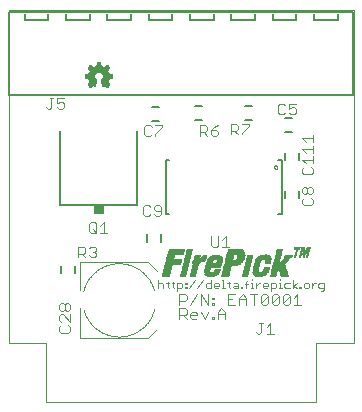
<source format=gto>
G75*
%MOIN*%
%OFA0B0*%
%FSLAX25Y25*%
%IPPOS*%
%LPD*%
%AMOC8*
5,1,8,0,0,1.08239X$1,22.5*
%
%ADD10C,0.00000*%
%ADD11C,0.00400*%
%ADD12C,0.00300*%
%ADD13C,0.00800*%
%ADD14R,0.03400X0.03000*%
%ADD15C,0.00197*%
%ADD16C,0.00500*%
%ADD17C,0.00600*%
%ADD18R,0.00722X0.00038*%
%ADD19R,0.00798X0.00038*%
%ADD20R,0.01520X0.00038*%
%ADD21R,0.01444X0.00038*%
%ADD22R,0.01938X0.00038*%
%ADD23R,0.01900X0.00038*%
%ADD24R,0.02242X0.00038*%
%ADD25R,0.02204X0.00038*%
%ADD26R,0.02356X0.00038*%
%ADD27R,0.02204X0.00038*%
%ADD28R,0.02508X0.00038*%
%ADD29R,0.02470X0.00038*%
%ADD30R,0.02432X0.00038*%
%ADD31R,0.02736X0.00038*%
%ADD32R,0.02660X0.00038*%
%ADD33R,0.02926X0.00038*%
%ADD34R,0.02850X0.00038*%
%ADD35R,0.02356X0.00038*%
%ADD36R,0.03078X0.00038*%
%ADD37R,0.03002X0.00038*%
%ADD38R,0.03192X0.00038*%
%ADD39R,0.03344X0.00038*%
%ADD40R,0.02242X0.00038*%
%ADD41R,0.03306X0.00038*%
%ADD42R,0.03458X0.00038*%
%ADD43R,0.03572X0.00038*%
%ADD44R,0.03686X0.00038*%
%ADD45R,0.03800X0.00038*%
%ADD46R,0.03762X0.00038*%
%ADD47R,0.02394X0.00038*%
%ADD48R,0.03876X0.00038*%
%ADD49R,0.03876X0.00038*%
%ADD50R,0.03952X0.00038*%
%ADD51R,0.04028X0.00038*%
%ADD52R,0.04104X0.00038*%
%ADD53R,0.04142X0.00038*%
%ADD54R,0.04218X0.00038*%
%ADD55R,0.04256X0.00038*%
%ADD56R,0.04332X0.00038*%
%ADD57R,0.04370X0.00038*%
%ADD58R,0.04446X0.00038*%
%ADD59R,0.04484X0.00038*%
%ADD60R,0.02318X0.00038*%
%ADD61R,0.04560X0.00038*%
%ADD62R,0.04598X0.00038*%
%ADD63R,0.04636X0.00038*%
%ADD64R,0.04674X0.00038*%
%ADD65R,0.04712X0.00038*%
%ADD66R,0.04750X0.00038*%
%ADD67R,0.04788X0.00038*%
%ADD68R,0.04826X0.00038*%
%ADD69R,0.04864X0.00038*%
%ADD70R,0.04902X0.00038*%
%ADD71R,0.04940X0.00038*%
%ADD72R,0.04978X0.00038*%
%ADD73R,0.05054X0.00038*%
%ADD74R,0.05016X0.00038*%
%ADD75R,0.02318X0.00038*%
%ADD76R,0.05092X0.00038*%
%ADD77R,0.02166X0.00038*%
%ADD78R,0.05130X0.00038*%
%ADD79R,0.02128X0.00038*%
%ADD80R,0.05168X0.00038*%
%ADD81R,0.02090X0.00038*%
%ADD82R,0.02470X0.00038*%
%ADD83R,0.02052X0.00038*%
%ADD84R,0.02280X0.00038*%
%ADD85R,0.02014X0.00038*%
%ADD86R,0.02128X0.00038*%
%ADD87R,0.02090X0.00038*%
%ADD88R,0.02546X0.00038*%
%ADD89R,0.02014X0.00038*%
%ADD90R,0.04712X0.00038*%
%ADD91R,0.05586X0.00038*%
%ADD92R,0.04522X0.00038*%
%ADD93R,0.04408X0.00038*%
%ADD94R,0.03990X0.00038*%
%ADD95R,0.04180X0.00038*%
%ADD96R,0.04826X0.00038*%
%ADD97R,0.05548X0.00038*%
%ADD98R,0.04940X0.00038*%
%ADD99R,0.04142X0.00038*%
%ADD100R,0.05548X0.00038*%
%ADD101R,0.05244X0.00038*%
%ADD102R,0.04066X0.00038*%
%ADD103R,0.05282X0.00038*%
%ADD104R,0.05320X0.00038*%
%ADD105R,0.05358X0.00038*%
%ADD106R,0.05434X0.00038*%
%ADD107R,0.05510X0.00038*%
%ADD108R,0.05472X0.00038*%
%ADD109R,0.04294X0.00038*%
%ADD110R,0.05624X0.00038*%
%ADD111R,0.05662X0.00038*%
%ADD112R,0.04370X0.00038*%
%ADD113R,0.05168X0.00038*%
%ADD114R,0.05700X0.00038*%
%ADD115R,0.05738X0.00038*%
%ADD116R,0.02622X0.00038*%
%ADD117R,0.05776X0.00038*%
%ADD118R,0.05814X0.00038*%
%ADD119R,0.05814X0.00038*%
%ADD120R,0.05852X0.00038*%
%ADD121R,0.03154X0.00038*%
%ADD122R,0.01976X0.00038*%
%ADD123R,0.05890X0.00038*%
%ADD124R,0.00152X0.00038*%
%ADD125R,0.05928X0.00038*%
%ADD126R,0.05966X0.00038*%
%ADD127R,0.06004X0.00038*%
%ADD128R,0.06004X0.00038*%
%ADD129R,0.06042X0.00038*%
%ADD130R,0.02774X0.00038*%
%ADD131R,0.02584X0.00038*%
%ADD132R,0.05092X0.00038*%
%ADD133R,0.04864X0.00038*%
%ADD134R,0.05054X0.00038*%
%ADD135R,0.04978X0.00038*%
%ADD136R,0.01862X0.00038*%
%ADD137R,0.01824X0.00038*%
%ADD138R,0.01786X0.00038*%
%ADD139R,0.01748X0.00038*%
%ADD140R,0.01710X0.00038*%
%ADD141R,0.01672X0.00038*%
%ADD142R,0.01634X0.00038*%
%ADD143R,0.00836X0.00038*%
%ADD144R,0.00608X0.00038*%
%ADD145R,0.01596X0.00038*%
%ADD146R,0.00646X0.00038*%
%ADD147R,0.04256X0.00038*%
%ADD148R,0.00760X0.00038*%
%ADD149R,0.03838X0.00038*%
%ADD150R,0.00684X0.00038*%
%ADD151R,0.01482X0.00038*%
%ADD152R,0.03724X0.00038*%
%ADD153R,0.04104X0.00038*%
%ADD154R,0.03648X0.00038*%
%ADD155R,0.00798X0.00038*%
%ADD156R,0.03534X0.00038*%
%ADD157R,0.00684X0.00038*%
%ADD158R,0.01368X0.00038*%
%ADD159R,0.03382X0.00038*%
%ADD160R,0.01330X0.00038*%
%ADD161R,0.03762X0.00038*%
%ADD162R,0.01292X0.00038*%
%ADD163R,0.01254X0.00038*%
%ADD164R,0.01178X0.00038*%
%ADD165R,0.03420X0.00038*%
%ADD166R,0.01140X0.00038*%
%ADD167R,0.03306X0.00038*%
%ADD168R,0.01064X0.00038*%
%ADD169R,0.00988X0.00038*%
%ADD170R,0.00874X0.00038*%
%ADD171R,0.02812X0.00038*%
%ADD172R,0.02584X0.00038*%
%ADD173R,0.00532X0.00038*%
%ADD174R,0.01520X0.00038*%
%ADD175R,0.00912X0.00038*%
%ADD176R,0.00950X0.00038*%
%ADD177R,0.00912X0.00038*%
%ADD178R,0.01026X0.00038*%
%ADD179R,0.05320X0.00038*%
%ADD180R,0.01102X0.00038*%
%ADD181R,0.05890X0.00038*%
%ADD182R,0.00570X0.00038*%
%ADD183R,0.05662X0.00038*%
%ADD184R,0.05396X0.00038*%
%ADD185R,0.00570X0.00038*%
%ADD186R,0.05206X0.00038*%
%ADD187R,0.01292X0.00038*%
%ADD188R,0.01216X0.00038*%
%ADD189R,0.03914X0.00038*%
%ADD190R,0.01140X0.00038*%
%ADD191R,0.00050X0.00025*%
%ADD192R,0.00075X0.00025*%
%ADD193R,0.00125X0.00025*%
%ADD194R,0.00200X0.00025*%
%ADD195R,0.00250X0.00025*%
%ADD196R,0.00325X0.00025*%
%ADD197R,0.00300X0.00025*%
%ADD198R,0.00375X0.00025*%
%ADD199R,0.00450X0.00025*%
%ADD200R,0.00425X0.00025*%
%ADD201R,0.00500X0.00025*%
%ADD202R,0.00550X0.00025*%
%ADD203R,0.00625X0.00025*%
%ADD204R,0.00675X0.00025*%
%ADD205R,0.00750X0.00025*%
%ADD206R,0.00800X0.00025*%
%ADD207R,0.00875X0.00025*%
%ADD208R,0.00900X0.00025*%
%ADD209R,0.00925X0.00025*%
%ADD210R,0.00975X0.00025*%
%ADD211R,0.01025X0.00025*%
%ADD212R,0.01050X0.00025*%
%ADD213R,0.01075X0.00025*%
%ADD214R,0.01100X0.00025*%
%ADD215R,0.01150X0.00025*%
%ADD216R,0.00100X0.00025*%
%ADD217R,0.01175X0.00025*%
%ADD218R,0.01200X0.00025*%
%ADD219R,0.00175X0.00025*%
%ADD220R,0.01225X0.00025*%
%ADD221R,0.01300X0.00025*%
%ADD222R,0.00225X0.00025*%
%ADD223R,0.01350X0.00025*%
%ADD224R,0.01425X0.00025*%
%ADD225R,0.00350X0.00025*%
%ADD226R,0.01450X0.00025*%
%ADD227R,0.00400X0.00025*%
%ADD228R,0.01475X0.00025*%
%ADD229R,0.01550X0.00025*%
%ADD230R,0.00475X0.00025*%
%ADD231R,0.01625X0.00025*%
%ADD232R,0.00525X0.00025*%
%ADD233R,0.01600X0.00025*%
%ADD234R,0.02275X0.00025*%
%ADD235R,0.02300X0.00025*%
%ADD236R,0.02350X0.00025*%
%ADD237R,0.02375X0.00025*%
%ADD238R,0.02425X0.00025*%
%ADD239R,0.02400X0.00025*%
%ADD240R,0.02450X0.00025*%
%ADD241R,0.02475X0.00025*%
%ADD242R,0.02525X0.00025*%
%ADD243R,0.02550X0.00025*%
%ADD244R,0.02500X0.00025*%
%ADD245R,0.02325X0.00025*%
%ADD246R,0.02575X0.00025*%
%ADD247R,0.02600X0.00025*%
%ADD248R,0.02625X0.00025*%
%ADD249R,0.02650X0.00025*%
%ADD250R,0.02675X0.00025*%
%ADD251R,0.02700X0.00025*%
%ADD252R,0.02725X0.00025*%
%ADD253R,0.02750X0.00025*%
%ADD254R,0.02775X0.00025*%
%ADD255R,0.02900X0.00025*%
%ADD256R,0.03025X0.00025*%
%ADD257R,0.03125X0.00025*%
%ADD258R,0.03100X0.00025*%
%ADD259R,0.03225X0.00025*%
%ADD260R,0.03250X0.00025*%
%ADD261R,0.03350X0.00025*%
%ADD262R,0.03475X0.00025*%
%ADD263R,0.03450X0.00025*%
%ADD264R,0.03425X0.00025*%
%ADD265R,0.03400X0.00025*%
%ADD266R,0.03375X0.00025*%
%ADD267R,0.03325X0.00025*%
%ADD268R,0.03500X0.00025*%
%ADD269R,0.03300X0.00025*%
%ADD270R,0.03175X0.00025*%
%ADD271R,0.03050X0.00025*%
%ADD272R,0.02950X0.00025*%
%ADD273R,0.02850X0.00025*%
%ADD274R,0.02825X0.00025*%
%ADD275R,0.02800X0.00025*%
%ADD276R,0.02875X0.00025*%
%ADD277R,0.02925X0.00025*%
%ADD278R,0.03075X0.00025*%
%ADD279R,0.06450X0.00025*%
%ADD280R,0.06425X0.00025*%
%ADD281R,0.06400X0.00025*%
%ADD282R,0.06350X0.00025*%
%ADD283R,0.06325X0.00025*%
%ADD284R,0.06300X0.00025*%
%ADD285R,0.06250X0.00025*%
%ADD286R,0.06200X0.00025*%
%ADD287R,0.06175X0.00025*%
%ADD288R,0.06150X0.00025*%
%ADD289R,0.06100X0.00025*%
%ADD290R,0.06475X0.00025*%
%ADD291R,0.06525X0.00025*%
%ADD292R,0.06550X0.00025*%
%ADD293R,0.06600X0.00025*%
%ADD294R,0.06625X0.00025*%
%ADD295R,0.06650X0.00025*%
%ADD296R,0.06700X0.00025*%
%ADD297R,0.06725X0.00025*%
%ADD298R,0.06750X0.00025*%
%ADD299R,0.06800X0.00025*%
%ADD300R,0.06825X0.00025*%
%ADD301R,0.06850X0.00025*%
%ADD302R,0.06900X0.00025*%
%ADD303R,0.06925X0.00025*%
%ADD304R,0.06950X0.00025*%
%ADD305R,0.07000X0.00025*%
%ADD306R,0.07050X0.00025*%
%ADD307R,0.07100X0.00025*%
%ADD308R,0.07150X0.00025*%
%ADD309R,0.07200X0.00025*%
%ADD310R,0.07250X0.00025*%
%ADD311R,0.07275X0.00025*%
%ADD312R,0.07300X0.00025*%
%ADD313R,0.07350X0.00025*%
%ADD314R,0.07375X0.00025*%
%ADD315R,0.07400X0.00025*%
%ADD316R,0.07450X0.00025*%
%ADD317R,0.07475X0.00025*%
%ADD318R,0.01750X0.00025*%
%ADD319R,0.01675X0.00025*%
%ADD320R,0.03200X0.00025*%
%ADD321R,0.01500X0.00025*%
%ADD322R,0.01375X0.00025*%
%ADD323R,0.01325X0.00025*%
%ADD324R,0.01250X0.00025*%
%ADD325R,0.01125X0.00025*%
%ADD326R,0.02200X0.00025*%
%ADD327R,0.02100X0.00025*%
%ADD328R,0.01000X0.00025*%
%ADD329R,0.02000X0.00025*%
%ADD330R,0.00950X0.00025*%
%ADD331R,0.01850X0.00025*%
%ADD332R,0.01800X0.00025*%
%ADD333R,0.00825X0.00025*%
%ADD334R,0.01700X0.00025*%
%ADD335R,0.00700X0.00025*%
%ADD336R,0.00575X0.00025*%
%ADD337R,0.01650X0.00025*%
%ADD338R,0.00275X0.00025*%
%ADD339R,0.00150X0.00025*%
%ADD340R,0.01575X0.00025*%
%ADD341R,0.01525X0.00025*%
%ADD342R,0.01400X0.00025*%
D10*
X0014071Y0001984D02*
X0014071Y0021669D01*
X0001591Y0021669D01*
X0001591Y0132693D01*
X0116551Y0132693D01*
X0116551Y0021669D01*
X0104071Y0021669D01*
X0104071Y0001984D01*
X0014071Y0001984D01*
D11*
X0025449Y0023283D02*
X0025449Y0033323D01*
X0021981Y0033123D02*
X0021381Y0032523D01*
X0020780Y0032523D01*
X0020180Y0033123D01*
X0020180Y0034325D01*
X0020780Y0034925D01*
X0021381Y0034925D01*
X0021981Y0034325D01*
X0021981Y0033123D01*
X0020180Y0033123D02*
X0019579Y0032523D01*
X0018979Y0032523D01*
X0018378Y0033123D01*
X0018378Y0034325D01*
X0018979Y0034925D01*
X0019579Y0034925D01*
X0020180Y0034325D01*
X0019579Y0031242D02*
X0018979Y0031242D01*
X0018378Y0030641D01*
X0018378Y0029440D01*
X0018979Y0028840D01*
X0018979Y0027559D02*
X0018378Y0026958D01*
X0018378Y0025757D01*
X0018979Y0025157D01*
X0021381Y0025157D01*
X0021981Y0025757D01*
X0021981Y0026958D01*
X0021381Y0027559D01*
X0021981Y0028840D02*
X0019579Y0031242D01*
X0021981Y0031242D02*
X0021981Y0028840D01*
X0025449Y0023283D02*
X0047890Y0023283D01*
X0051039Y0026433D01*
X0058483Y0029743D02*
X0058483Y0033283D01*
X0060253Y0033283D01*
X0060843Y0032693D01*
X0060843Y0031513D01*
X0060253Y0030923D01*
X0058483Y0030923D01*
X0059663Y0030923D02*
X0060843Y0029743D01*
X0062109Y0030333D02*
X0062109Y0031513D01*
X0062699Y0032103D01*
X0063879Y0032103D01*
X0064469Y0031513D01*
X0064469Y0030923D01*
X0062109Y0030923D01*
X0062109Y0030333D02*
X0062699Y0029743D01*
X0063879Y0029743D01*
X0065734Y0032103D02*
X0066914Y0029743D01*
X0068094Y0032103D01*
X0069359Y0030333D02*
X0069949Y0030333D01*
X0069949Y0029743D01*
X0069359Y0029743D01*
X0069359Y0030333D01*
X0071171Y0029743D02*
X0071171Y0032103D01*
X0072351Y0033283D01*
X0073531Y0032103D01*
X0073531Y0029743D01*
X0073531Y0031513D02*
X0071171Y0031513D01*
X0069949Y0034468D02*
X0069359Y0034468D01*
X0069359Y0035058D01*
X0069949Y0035058D01*
X0069949Y0034468D01*
X0069949Y0036238D02*
X0069359Y0036238D01*
X0069359Y0036828D01*
X0069949Y0036828D01*
X0069949Y0036238D01*
X0068094Y0034468D02*
X0068094Y0038008D01*
X0065734Y0038008D02*
X0068094Y0034468D01*
X0065734Y0034468D02*
X0065734Y0038008D01*
X0064469Y0038008D02*
X0062109Y0034468D01*
X0060843Y0036238D02*
X0060253Y0035648D01*
X0058483Y0035648D01*
X0058483Y0034468D02*
X0058483Y0038008D01*
X0060253Y0038008D01*
X0060843Y0037418D01*
X0060843Y0036238D01*
X0051039Y0045724D02*
X0047890Y0048874D01*
X0025449Y0048874D01*
X0025449Y0039228D01*
X0024775Y0050316D02*
X0024775Y0053856D01*
X0026545Y0053856D01*
X0027135Y0053266D01*
X0027135Y0052086D01*
X0026545Y0051496D01*
X0024775Y0051496D01*
X0025955Y0051496D02*
X0027135Y0050316D01*
X0028400Y0050906D02*
X0028990Y0050316D01*
X0030170Y0050316D01*
X0030760Y0050906D01*
X0030760Y0051496D01*
X0030170Y0052086D01*
X0029580Y0052086D01*
X0030170Y0052086D02*
X0030760Y0052676D01*
X0030760Y0053266D01*
X0030170Y0053856D01*
X0028990Y0053856D01*
X0028400Y0053266D01*
X0028987Y0058417D02*
X0028397Y0059007D01*
X0028397Y0061367D01*
X0028987Y0061957D01*
X0030167Y0061957D01*
X0030757Y0061367D01*
X0030757Y0059007D01*
X0030167Y0058417D01*
X0028987Y0058417D01*
X0029577Y0059597D02*
X0030757Y0058417D01*
X0032022Y0058417D02*
X0034382Y0058417D01*
X0033202Y0058417D02*
X0033202Y0061957D01*
X0032022Y0060777D01*
X0046428Y0064686D02*
X0047018Y0064096D01*
X0048198Y0064096D01*
X0048788Y0064686D01*
X0050053Y0064686D02*
X0050643Y0064096D01*
X0051823Y0064096D01*
X0052413Y0064686D01*
X0052413Y0067046D01*
X0051823Y0067636D01*
X0050643Y0067636D01*
X0050053Y0067046D01*
X0050053Y0066456D01*
X0050643Y0065866D01*
X0052413Y0065866D01*
X0048788Y0067046D02*
X0048198Y0067636D01*
X0047018Y0067636D01*
X0046428Y0067046D01*
X0046428Y0064686D01*
X0069113Y0057283D02*
X0069113Y0054333D01*
X0069703Y0053743D01*
X0070883Y0053743D01*
X0071473Y0054333D01*
X0071473Y0057283D01*
X0072739Y0056103D02*
X0073919Y0057283D01*
X0073919Y0053743D01*
X0072739Y0053743D02*
X0075099Y0053743D01*
X0074797Y0038008D02*
X0074797Y0034468D01*
X0077157Y0034468D01*
X0078422Y0034468D02*
X0078422Y0036828D01*
X0079602Y0038008D01*
X0080782Y0036828D01*
X0080782Y0034468D01*
X0080782Y0036238D02*
X0078422Y0036238D01*
X0077157Y0038008D02*
X0074797Y0038008D01*
X0074797Y0036238D02*
X0075977Y0036238D01*
X0082047Y0038008D02*
X0084407Y0038008D01*
X0083227Y0038008D02*
X0083227Y0034468D01*
X0085672Y0035058D02*
X0085672Y0037418D01*
X0086262Y0038008D01*
X0087442Y0038008D01*
X0088032Y0037418D01*
X0085672Y0035058D01*
X0086262Y0034468D01*
X0087442Y0034468D01*
X0088032Y0035058D01*
X0088032Y0037418D01*
X0089297Y0037418D02*
X0089297Y0035058D01*
X0091657Y0037418D01*
X0091657Y0035058D01*
X0091067Y0034468D01*
X0089887Y0034468D01*
X0089297Y0035058D01*
X0089297Y0037418D02*
X0089887Y0038008D01*
X0091067Y0038008D01*
X0091657Y0037418D01*
X0092922Y0037418D02*
X0092922Y0035058D01*
X0095282Y0037418D01*
X0095282Y0035058D01*
X0094692Y0034468D01*
X0093512Y0034468D01*
X0092922Y0035058D01*
X0092922Y0037418D02*
X0093512Y0038008D01*
X0094692Y0038008D01*
X0095282Y0037418D01*
X0096547Y0036828D02*
X0097727Y0038008D01*
X0097727Y0034468D01*
X0096547Y0034468D02*
X0098907Y0034468D01*
X0089961Y0024783D02*
X0087601Y0024783D01*
X0088781Y0024783D02*
X0088781Y0028323D01*
X0087601Y0027143D01*
X0086336Y0028323D02*
X0085156Y0028323D01*
X0085746Y0028323D02*
X0085746Y0025373D01*
X0085156Y0024783D01*
X0084566Y0024783D01*
X0083976Y0025373D01*
X0099915Y0067688D02*
X0102275Y0067688D01*
X0102865Y0068278D01*
X0102865Y0069458D01*
X0102275Y0070048D01*
X0102275Y0071313D02*
X0101685Y0071313D01*
X0101095Y0071903D01*
X0101095Y0073083D01*
X0101685Y0073673D01*
X0102275Y0073673D01*
X0102865Y0073083D01*
X0102865Y0071903D01*
X0102275Y0071313D01*
X0101095Y0071903D02*
X0100505Y0071313D01*
X0099915Y0071313D01*
X0099325Y0071903D01*
X0099325Y0073083D01*
X0099915Y0073673D01*
X0100505Y0073673D01*
X0101095Y0073083D01*
X0099915Y0070048D02*
X0099325Y0069458D01*
X0099325Y0068278D01*
X0099915Y0067688D01*
X0099915Y0077924D02*
X0102275Y0077924D01*
X0102865Y0078514D01*
X0102865Y0079694D01*
X0102275Y0080284D01*
X0102865Y0081550D02*
X0102865Y0083910D01*
X0102865Y0082730D02*
X0099325Y0082730D01*
X0100505Y0081550D01*
X0099915Y0080284D02*
X0099325Y0079694D01*
X0099325Y0078514D01*
X0099915Y0077924D01*
X0100505Y0085175D02*
X0099325Y0086355D01*
X0102865Y0086355D01*
X0102865Y0085175D02*
X0102865Y0087535D01*
X0102865Y0088800D02*
X0102865Y0091160D01*
X0102865Y0089980D02*
X0099325Y0089980D01*
X0100505Y0088800D01*
X0096705Y0097954D02*
X0095525Y0097954D01*
X0094935Y0098544D01*
X0094935Y0099724D02*
X0096115Y0100314D01*
X0096705Y0100314D01*
X0097295Y0099724D01*
X0097295Y0098544D01*
X0096705Y0097954D01*
X0094935Y0099724D02*
X0094935Y0101494D01*
X0097295Y0101494D01*
X0093670Y0100904D02*
X0093080Y0101494D01*
X0091900Y0101494D01*
X0091310Y0100904D01*
X0091310Y0098544D01*
X0091900Y0097954D01*
X0093080Y0097954D01*
X0093670Y0098544D01*
X0081547Y0094801D02*
X0081547Y0094211D01*
X0079187Y0091851D01*
X0079187Y0091261D01*
X0077922Y0091261D02*
X0076742Y0092441D01*
X0077332Y0092441D02*
X0075562Y0092441D01*
X0075562Y0091261D02*
X0075562Y0094801D01*
X0077332Y0094801D01*
X0077922Y0094211D01*
X0077922Y0093031D01*
X0077332Y0092441D01*
X0079187Y0094801D02*
X0081547Y0094801D01*
X0071311Y0094407D02*
X0070131Y0093817D01*
X0068951Y0092637D01*
X0070721Y0092637D01*
X0071311Y0092047D01*
X0071311Y0091457D01*
X0070721Y0090867D01*
X0069541Y0090867D01*
X0068951Y0091457D01*
X0068951Y0092637D01*
X0067686Y0092637D02*
X0067686Y0093817D01*
X0067096Y0094407D01*
X0065326Y0094407D01*
X0065326Y0090867D01*
X0065326Y0092047D02*
X0067096Y0092047D01*
X0067686Y0092637D01*
X0066506Y0092047D02*
X0067686Y0090867D01*
X0052807Y0093817D02*
X0050447Y0091457D01*
X0050447Y0090867D01*
X0049182Y0091457D02*
X0048592Y0090867D01*
X0047412Y0090867D01*
X0046822Y0091457D01*
X0046822Y0093817D01*
X0047412Y0094407D01*
X0048592Y0094407D01*
X0049182Y0093817D01*
X0050447Y0094407D02*
X0052807Y0094407D01*
X0052807Y0093817D01*
X0020014Y0100412D02*
X0019424Y0099822D01*
X0018244Y0099822D01*
X0017654Y0100412D01*
X0017654Y0101592D02*
X0018834Y0102182D01*
X0019424Y0102182D01*
X0020014Y0101592D01*
X0020014Y0100412D01*
X0017654Y0101592D02*
X0017654Y0103362D01*
X0020014Y0103362D01*
X0016388Y0103362D02*
X0015208Y0103362D01*
X0015798Y0103362D02*
X0015798Y0100412D01*
X0015208Y0099822D01*
X0014618Y0099822D01*
X0014028Y0100412D01*
X0026433Y0039130D02*
X0026511Y0039418D01*
X0026595Y0039703D01*
X0026687Y0039986D01*
X0026785Y0040267D01*
X0026890Y0040545D01*
X0027002Y0040821D01*
X0027121Y0041094D01*
X0027246Y0041364D01*
X0027378Y0041631D01*
X0027516Y0041894D01*
X0027661Y0042155D01*
X0027812Y0042411D01*
X0027970Y0042664D01*
X0028133Y0042912D01*
X0028302Y0043157D01*
X0028478Y0043398D01*
X0028659Y0043634D01*
X0028846Y0043865D01*
X0029038Y0044092D01*
X0029236Y0044315D01*
X0029440Y0044532D01*
X0029648Y0044744D01*
X0029862Y0044951D01*
X0030081Y0045153D01*
X0030304Y0045350D01*
X0030533Y0045541D01*
X0030765Y0045726D01*
X0031003Y0045906D01*
X0031245Y0046079D01*
X0031490Y0046247D01*
X0031740Y0046409D01*
X0031994Y0046564D01*
X0032251Y0046714D01*
X0032512Y0046857D01*
X0032777Y0046993D01*
X0033045Y0047123D01*
X0033315Y0047247D01*
X0033589Y0047364D01*
X0033866Y0047474D01*
X0034145Y0047577D01*
X0034426Y0047674D01*
X0034710Y0047763D01*
X0034996Y0047846D01*
X0035284Y0047921D01*
X0035574Y0047990D01*
X0035865Y0048051D01*
X0036158Y0048106D01*
X0036451Y0048153D01*
X0036746Y0048193D01*
X0037042Y0048225D01*
X0037339Y0048251D01*
X0037636Y0048269D01*
X0037933Y0048280D01*
X0038231Y0048284D01*
X0038528Y0048280D01*
X0038826Y0048270D01*
X0039123Y0048252D01*
X0039420Y0048226D01*
X0039715Y0048194D01*
X0040010Y0048154D01*
X0040304Y0048107D01*
X0040597Y0048053D01*
X0040888Y0047992D01*
X0041178Y0047923D01*
X0041466Y0047848D01*
X0041752Y0047765D01*
X0042036Y0047676D01*
X0042317Y0047580D01*
X0042597Y0047477D01*
X0042873Y0047367D01*
X0043147Y0047250D01*
X0043418Y0047127D01*
X0043686Y0046997D01*
X0043950Y0046861D01*
X0044211Y0046718D01*
X0044469Y0046569D01*
X0044723Y0046413D01*
X0044973Y0046252D01*
X0045219Y0046084D01*
X0045461Y0045911D01*
X0045698Y0045731D01*
X0045931Y0045546D01*
X0046160Y0045355D01*
X0046383Y0045159D01*
X0046602Y0044957D01*
X0046816Y0044750D01*
X0047025Y0044538D01*
X0047228Y0044321D01*
X0047426Y0044099D01*
X0047619Y0043872D01*
X0047806Y0043640D01*
X0047987Y0043404D01*
X0048163Y0043164D01*
X0048332Y0042919D01*
X0048496Y0042671D01*
X0048653Y0042418D01*
X0048805Y0042162D01*
X0048950Y0041902D01*
X0049088Y0041638D01*
X0049220Y0041372D01*
X0049346Y0041102D01*
X0049465Y0040829D01*
X0049577Y0040553D01*
X0049682Y0040275D01*
X0049781Y0039994D01*
X0049872Y0039711D01*
X0049957Y0039425D01*
X0050055Y0033028D02*
X0049977Y0032740D01*
X0049893Y0032455D01*
X0049801Y0032172D01*
X0049703Y0031891D01*
X0049598Y0031613D01*
X0049486Y0031337D01*
X0049367Y0031064D01*
X0049242Y0030794D01*
X0049110Y0030527D01*
X0048972Y0030264D01*
X0048827Y0030003D01*
X0048676Y0029747D01*
X0048518Y0029494D01*
X0048355Y0029246D01*
X0048186Y0029001D01*
X0048010Y0028760D01*
X0047829Y0028524D01*
X0047642Y0028293D01*
X0047450Y0028066D01*
X0047252Y0027843D01*
X0047048Y0027626D01*
X0046840Y0027414D01*
X0046626Y0027207D01*
X0046407Y0027005D01*
X0046184Y0026808D01*
X0045955Y0026617D01*
X0045723Y0026432D01*
X0045485Y0026252D01*
X0045243Y0026079D01*
X0044998Y0025911D01*
X0044748Y0025749D01*
X0044494Y0025594D01*
X0044237Y0025444D01*
X0043976Y0025301D01*
X0043711Y0025165D01*
X0043443Y0025035D01*
X0043173Y0024911D01*
X0042899Y0024794D01*
X0042622Y0024684D01*
X0042343Y0024581D01*
X0042062Y0024484D01*
X0041778Y0024395D01*
X0041492Y0024312D01*
X0041204Y0024237D01*
X0040914Y0024168D01*
X0040623Y0024107D01*
X0040330Y0024052D01*
X0040037Y0024005D01*
X0039742Y0023965D01*
X0039446Y0023933D01*
X0039149Y0023907D01*
X0038852Y0023889D01*
X0038555Y0023878D01*
X0038257Y0023874D01*
X0037960Y0023878D01*
X0037662Y0023888D01*
X0037365Y0023906D01*
X0037068Y0023932D01*
X0036773Y0023964D01*
X0036478Y0024004D01*
X0036184Y0024051D01*
X0035891Y0024105D01*
X0035600Y0024166D01*
X0035310Y0024235D01*
X0035022Y0024310D01*
X0034736Y0024393D01*
X0034452Y0024482D01*
X0034171Y0024578D01*
X0033891Y0024681D01*
X0033615Y0024791D01*
X0033341Y0024908D01*
X0033070Y0025031D01*
X0032802Y0025161D01*
X0032538Y0025297D01*
X0032277Y0025440D01*
X0032019Y0025589D01*
X0031765Y0025745D01*
X0031515Y0025906D01*
X0031269Y0026074D01*
X0031027Y0026247D01*
X0030790Y0026427D01*
X0030557Y0026612D01*
X0030328Y0026803D01*
X0030105Y0026999D01*
X0029886Y0027201D01*
X0029672Y0027408D01*
X0029463Y0027620D01*
X0029260Y0027837D01*
X0029062Y0028059D01*
X0028869Y0028286D01*
X0028682Y0028518D01*
X0028501Y0028754D01*
X0028325Y0028994D01*
X0028156Y0029239D01*
X0027992Y0029487D01*
X0027835Y0029740D01*
X0027683Y0029996D01*
X0027538Y0030256D01*
X0027400Y0030520D01*
X0027268Y0030786D01*
X0027142Y0031056D01*
X0027023Y0031329D01*
X0026911Y0031605D01*
X0026806Y0031883D01*
X0026707Y0032164D01*
X0026616Y0032447D01*
X0026531Y0032733D01*
D12*
X0051347Y0039930D02*
X0051347Y0042585D01*
X0051789Y0041700D02*
X0052674Y0041700D01*
X0053117Y0041257D01*
X0053117Y0039930D01*
X0051347Y0041257D02*
X0051789Y0041700D01*
X0054066Y0041700D02*
X0054951Y0041700D01*
X0054508Y0042142D02*
X0054508Y0040372D01*
X0054951Y0039930D01*
X0056321Y0040372D02*
X0056763Y0039930D01*
X0056321Y0040372D02*
X0056321Y0042142D01*
X0055878Y0041700D02*
X0056763Y0041700D01*
X0057691Y0041700D02*
X0059018Y0041700D01*
X0059461Y0041257D01*
X0059461Y0040372D01*
X0059018Y0039930D01*
X0057691Y0039930D01*
X0057691Y0039045D02*
X0057691Y0041700D01*
X0060410Y0041700D02*
X0060410Y0041257D01*
X0060852Y0041257D01*
X0060852Y0041700D01*
X0060410Y0041700D01*
X0060410Y0040372D02*
X0060410Y0039930D01*
X0060852Y0039930D01*
X0060852Y0040372D01*
X0060410Y0040372D01*
X0061769Y0039930D02*
X0063539Y0042585D01*
X0066258Y0042585D02*
X0064488Y0039930D01*
X0067207Y0040372D02*
X0067207Y0041257D01*
X0067649Y0041700D01*
X0068977Y0041700D01*
X0068977Y0042585D02*
X0068977Y0039930D01*
X0067649Y0039930D01*
X0067207Y0040372D01*
X0069926Y0040372D02*
X0070368Y0039930D01*
X0071253Y0039930D01*
X0071696Y0040815D02*
X0069926Y0040815D01*
X0069926Y0041257D02*
X0070368Y0041700D01*
X0071253Y0041700D01*
X0071696Y0041257D01*
X0071696Y0040815D01*
X0072644Y0039930D02*
X0073529Y0039930D01*
X0073087Y0039930D02*
X0073087Y0042585D01*
X0072644Y0042585D01*
X0074457Y0041700D02*
X0075342Y0041700D01*
X0074900Y0042142D02*
X0074900Y0040372D01*
X0075342Y0039930D01*
X0076270Y0040372D02*
X0076712Y0040815D01*
X0078040Y0040815D01*
X0078040Y0041257D02*
X0078040Y0039930D01*
X0076712Y0039930D01*
X0076270Y0040372D01*
X0076712Y0041700D02*
X0077597Y0041700D01*
X0078040Y0041257D01*
X0078988Y0040372D02*
X0079431Y0040372D01*
X0079431Y0039930D01*
X0078988Y0039930D01*
X0078988Y0040372D01*
X0080348Y0041257D02*
X0081233Y0041257D01*
X0080790Y0042142D02*
X0080790Y0039930D01*
X0082160Y0039930D02*
X0083045Y0039930D01*
X0082603Y0039930D02*
X0082603Y0041700D01*
X0082160Y0041700D01*
X0082603Y0042585D02*
X0082603Y0043027D01*
X0081233Y0042585D02*
X0080790Y0042142D01*
X0083973Y0041700D02*
X0083973Y0039930D01*
X0083973Y0040815D02*
X0084858Y0041700D01*
X0085301Y0041700D01*
X0086239Y0041257D02*
X0086681Y0041700D01*
X0087566Y0041700D01*
X0088009Y0041257D01*
X0088009Y0040815D01*
X0086239Y0040815D01*
X0086239Y0041257D02*
X0086239Y0040372D01*
X0086681Y0039930D01*
X0087566Y0039930D01*
X0088958Y0039930D02*
X0090285Y0039930D01*
X0090728Y0040372D01*
X0090728Y0041257D01*
X0090285Y0041700D01*
X0088958Y0041700D01*
X0088958Y0039045D01*
X0091676Y0039930D02*
X0092561Y0039930D01*
X0092119Y0039930D02*
X0092119Y0041700D01*
X0091676Y0041700D01*
X0092119Y0042585D02*
X0092119Y0043027D01*
X0093489Y0041257D02*
X0093489Y0040372D01*
X0093931Y0039930D01*
X0095259Y0039930D01*
X0096208Y0039930D02*
X0096208Y0042585D01*
X0095259Y0041700D02*
X0093931Y0041700D01*
X0093489Y0041257D01*
X0096208Y0040815D02*
X0097535Y0041700D01*
X0096208Y0040815D02*
X0097535Y0039930D01*
X0098474Y0039930D02*
X0098474Y0040372D01*
X0098916Y0040372D01*
X0098916Y0039930D01*
X0098474Y0039930D01*
X0099833Y0040372D02*
X0100275Y0039930D01*
X0101160Y0039930D01*
X0101603Y0040372D01*
X0101603Y0041257D01*
X0101160Y0041700D01*
X0100275Y0041700D01*
X0099833Y0041257D01*
X0099833Y0040372D01*
X0102552Y0039930D02*
X0102552Y0041700D01*
X0102552Y0040815D02*
X0103437Y0041700D01*
X0103879Y0041700D01*
X0104818Y0041257D02*
X0104818Y0040372D01*
X0105260Y0039930D01*
X0106588Y0039930D01*
X0106588Y0039487D02*
X0106588Y0041700D01*
X0105260Y0041700D01*
X0104818Y0041257D01*
X0105703Y0039045D02*
X0106145Y0039045D01*
X0106588Y0039487D01*
X0069926Y0040372D02*
X0069926Y0041257D01*
D13*
X0044413Y0067854D02*
X0018610Y0067854D01*
X0018612Y0092242D01*
X0044412Y0092242D02*
X0044413Y0067854D01*
D14*
X0031512Y0065954D03*
D15*
X0089993Y0080331D02*
X0089995Y0080378D01*
X0090001Y0080424D01*
X0090010Y0080470D01*
X0090024Y0080514D01*
X0090041Y0080558D01*
X0090062Y0080599D01*
X0090086Y0080639D01*
X0090113Y0080677D01*
X0090144Y0080712D01*
X0090177Y0080745D01*
X0090213Y0080775D01*
X0090252Y0080801D01*
X0090292Y0080825D01*
X0090334Y0080844D01*
X0090378Y0080861D01*
X0090423Y0080873D01*
X0090469Y0080882D01*
X0090515Y0080887D01*
X0090562Y0080888D01*
X0090608Y0080885D01*
X0090654Y0080878D01*
X0090700Y0080867D01*
X0090744Y0080853D01*
X0090787Y0080835D01*
X0090828Y0080813D01*
X0090868Y0080788D01*
X0090905Y0080760D01*
X0090940Y0080729D01*
X0090972Y0080695D01*
X0091001Y0080658D01*
X0091026Y0080620D01*
X0091049Y0080579D01*
X0091068Y0080536D01*
X0091083Y0080492D01*
X0091095Y0080447D01*
X0091103Y0080401D01*
X0091107Y0080354D01*
X0091107Y0080308D01*
X0091103Y0080261D01*
X0091095Y0080215D01*
X0091083Y0080170D01*
X0091068Y0080126D01*
X0091049Y0080083D01*
X0091026Y0080042D01*
X0091001Y0080004D01*
X0090972Y0079967D01*
X0090940Y0079933D01*
X0090905Y0079902D01*
X0090868Y0079874D01*
X0090829Y0079849D01*
X0090787Y0079827D01*
X0090744Y0079809D01*
X0090700Y0079795D01*
X0090654Y0079784D01*
X0090608Y0079777D01*
X0090562Y0079774D01*
X0090515Y0079775D01*
X0090469Y0079780D01*
X0090423Y0079789D01*
X0090378Y0079801D01*
X0090334Y0079818D01*
X0090292Y0079837D01*
X0090252Y0079861D01*
X0090213Y0079887D01*
X0090177Y0079917D01*
X0090144Y0079950D01*
X0090113Y0079985D01*
X0090086Y0080023D01*
X0090062Y0080063D01*
X0090041Y0080104D01*
X0090024Y0080148D01*
X0090010Y0080192D01*
X0090001Y0080238D01*
X0089995Y0080284D01*
X0089993Y0080331D01*
D16*
X0091354Y0082693D02*
X0092535Y0082693D01*
X0092535Y0064583D01*
X0091354Y0064583D01*
X0116354Y0104346D02*
X0001787Y0104346D01*
X0001787Y0131906D01*
X0116354Y0131906D01*
X0116354Y0104346D01*
X0111236Y0129543D02*
X0103362Y0129543D01*
X0103362Y0131512D01*
X0097457Y0131512D02*
X0097457Y0129543D01*
X0089583Y0129543D01*
X0089583Y0131512D01*
X0083677Y0131512D02*
X0083677Y0129543D01*
X0075803Y0129543D01*
X0075803Y0131512D01*
X0069898Y0131512D02*
X0069898Y0129543D01*
X0062024Y0129543D01*
X0062024Y0131512D01*
X0056118Y0131512D02*
X0056118Y0129543D01*
X0048244Y0129543D01*
X0048244Y0131512D01*
X0042339Y0131512D02*
X0042339Y0129543D01*
X0034465Y0129543D01*
X0034465Y0131512D01*
X0028559Y0131512D02*
X0028559Y0129543D01*
X0020685Y0129543D01*
X0020685Y0131512D01*
X0014780Y0131512D02*
X0014780Y0129543D01*
X0006906Y0129543D01*
X0006906Y0131512D01*
X0053953Y0082693D02*
X0053953Y0064583D01*
X0055134Y0064583D01*
X0055134Y0082693D02*
X0053953Y0082693D01*
X0111236Y0129543D02*
X0111236Y0131512D01*
D17*
X0082693Y0100803D02*
X0080331Y0100803D01*
X0080331Y0096079D02*
X0082693Y0096079D01*
X0093717Y0096866D02*
X0096079Y0096866D01*
X0096079Y0092142D02*
X0093717Y0092142D01*
X0093717Y0085055D02*
X0093717Y0082693D01*
X0098441Y0082693D02*
X0098441Y0085055D01*
X0098441Y0072457D02*
X0098441Y0070094D01*
X0093717Y0070094D02*
X0093717Y0072457D01*
X0066157Y0096079D02*
X0063795Y0096079D01*
X0063795Y0100803D02*
X0066157Y0100803D01*
X0051591Y0100409D02*
X0049228Y0100409D01*
X0049228Y0095685D02*
X0051591Y0095685D01*
X0052378Y0057890D02*
X0052378Y0055528D01*
X0047654Y0055528D02*
X0047654Y0057890D01*
X0023638Y0047260D02*
X0023638Y0044898D01*
X0018913Y0044898D02*
X0018913Y0047260D01*
D18*
X0068808Y0043641D03*
X0098676Y0050139D03*
X0098676Y0050177D03*
X0098714Y0050253D03*
X0098714Y0050291D03*
X0098714Y0050329D03*
X0098752Y0050405D03*
X0098752Y0050443D03*
X0098752Y0050481D03*
X0098790Y0050557D03*
X0098790Y0050595D03*
X0098790Y0050633D03*
X0098828Y0050709D03*
X0098828Y0050747D03*
X0098828Y0050785D03*
X0098866Y0050861D03*
X0098866Y0050899D03*
X0098866Y0050937D03*
X0098904Y0051013D03*
X0098904Y0051051D03*
X0098904Y0051089D03*
X0098942Y0051165D03*
X0098942Y0051203D03*
X0098942Y0051241D03*
X0098980Y0051317D03*
X0098980Y0051355D03*
X0098980Y0051393D03*
X0099018Y0051469D03*
X0099018Y0051507D03*
X0099018Y0051545D03*
X0099056Y0051659D03*
X0099056Y0051697D03*
X0099094Y0051811D03*
X0099094Y0051849D03*
X0099132Y0051963D03*
X0099132Y0052001D03*
X0099170Y0052115D03*
X0099170Y0052153D03*
X0099208Y0052267D03*
X0099208Y0052305D03*
X0099246Y0052419D03*
X0101450Y0051925D03*
X0101450Y0051887D03*
X0101450Y0051849D03*
X0101412Y0051773D03*
X0101412Y0051735D03*
X0101412Y0051697D03*
X0101374Y0051621D03*
X0101374Y0051583D03*
X0101374Y0051545D03*
X0101374Y0051507D03*
X0101336Y0051469D03*
X0101336Y0051431D03*
X0101336Y0051393D03*
X0101336Y0051355D03*
X0101298Y0051317D03*
X0101298Y0051279D03*
X0101298Y0051241D03*
X0101298Y0051203D03*
X0101260Y0051165D03*
X0101260Y0051127D03*
X0101260Y0051089D03*
X0101260Y0051051D03*
X0101222Y0051013D03*
X0101222Y0050975D03*
X0101222Y0050937D03*
X0101222Y0050899D03*
X0101184Y0050861D03*
X0101184Y0050823D03*
X0101184Y0050785D03*
X0101184Y0050747D03*
X0101146Y0050709D03*
X0101146Y0050671D03*
X0101146Y0050633D03*
X0101146Y0050595D03*
X0101108Y0050519D03*
X0101108Y0050481D03*
X0101108Y0050443D03*
X0101070Y0050367D03*
X0101070Y0050329D03*
X0101070Y0050291D03*
X0101032Y0050215D03*
X0101032Y0050177D03*
X0101032Y0050139D03*
X0099930Y0050443D03*
X0099930Y0050481D03*
X0101488Y0052001D03*
X0101488Y0052039D03*
X0101488Y0052077D03*
X0101526Y0052153D03*
X0101526Y0052191D03*
X0101526Y0052229D03*
X0101564Y0052305D03*
X0101564Y0052343D03*
X0101564Y0052381D03*
D19*
X0097688Y0052647D03*
X0097688Y0052685D03*
X0097612Y0052381D03*
X0097612Y0052343D03*
X0097498Y0051925D03*
X0097498Y0051887D03*
X0097422Y0051621D03*
X0097422Y0051583D03*
X0097384Y0051469D03*
X0097384Y0051431D03*
X0097308Y0051165D03*
X0097308Y0051127D03*
X0097308Y0051089D03*
X0097270Y0051013D03*
X0097270Y0050975D03*
X0097270Y0050937D03*
X0097194Y0050709D03*
X0097194Y0050671D03*
X0097194Y0050633D03*
X0097156Y0050557D03*
X0097156Y0050519D03*
X0097156Y0050481D03*
X0097080Y0050253D03*
X0097080Y0050215D03*
X0097080Y0050177D03*
X0084958Y0043641D03*
D20*
X0070803Y0050747D03*
X0066775Y0050253D03*
X0068903Y0043679D03*
D21*
X0066813Y0050329D03*
X0066851Y0050367D03*
X0085015Y0043679D03*
D22*
X0068960Y0043717D03*
X0066414Y0049683D03*
D23*
X0066433Y0049721D03*
X0066471Y0049759D03*
X0070765Y0050709D03*
X0085053Y0043717D03*
D24*
X0083970Y0045313D03*
X0083970Y0045351D03*
X0083970Y0045389D03*
X0084008Y0046301D03*
X0084008Y0046339D03*
X0084046Y0046491D03*
X0084046Y0046529D03*
X0084046Y0046567D03*
X0084122Y0046833D03*
X0084122Y0046871D03*
X0084122Y0046909D03*
X0084160Y0046985D03*
X0084160Y0047023D03*
X0084160Y0047061D03*
X0084160Y0047099D03*
X0084236Y0047289D03*
X0084236Y0047327D03*
X0084236Y0047365D03*
X0084274Y0047441D03*
X0084274Y0047479D03*
X0084274Y0047517D03*
X0084350Y0047707D03*
X0084350Y0047745D03*
X0084388Y0047859D03*
X0084426Y0047973D03*
X0084920Y0049151D03*
X0084958Y0049189D03*
X0084996Y0049227D03*
X0081918Y0050063D03*
X0081918Y0050101D03*
X0081956Y0050215D03*
X0081956Y0050253D03*
X0082032Y0050519D03*
X0082032Y0050557D03*
X0081842Y0049797D03*
X0081842Y0049759D03*
X0081804Y0049645D03*
X0081804Y0049607D03*
X0081728Y0049341D03*
X0081728Y0049303D03*
X0081690Y0049189D03*
X0081690Y0049151D03*
X0081652Y0049037D03*
X0081652Y0048999D03*
X0081614Y0048885D03*
X0081614Y0048847D03*
X0081576Y0048733D03*
X0081576Y0048695D03*
X0081538Y0048581D03*
X0081538Y0048543D03*
X0081500Y0048429D03*
X0081500Y0048391D03*
X0081424Y0048125D03*
X0081424Y0048087D03*
X0081386Y0047973D03*
X0081386Y0047935D03*
X0081310Y0047669D03*
X0081310Y0047631D03*
X0081272Y0047517D03*
X0081272Y0047479D03*
X0081196Y0047213D03*
X0081196Y0047175D03*
X0081158Y0047061D03*
X0081158Y0047023D03*
X0081120Y0046909D03*
X0081120Y0046871D03*
X0081082Y0046757D03*
X0081082Y0046719D03*
X0081006Y0046453D03*
X0081006Y0046415D03*
X0080968Y0046301D03*
X0080968Y0046263D03*
X0080892Y0045997D03*
X0080892Y0045959D03*
X0080854Y0045845D03*
X0080854Y0045807D03*
X0080778Y0045541D03*
X0080778Y0045503D03*
X0080740Y0045389D03*
X0080740Y0045351D03*
X0080702Y0045237D03*
X0080702Y0045199D03*
X0080664Y0045085D03*
X0080664Y0045047D03*
X0080626Y0044933D03*
X0080626Y0044895D03*
X0080588Y0044781D03*
X0080588Y0044743D03*
X0080550Y0044629D03*
X0080550Y0044591D03*
X0080474Y0044325D03*
X0080474Y0044287D03*
X0080436Y0044173D03*
X0080436Y0044135D03*
X0080360Y0043869D03*
X0080360Y0043831D03*
X0089746Y0043831D03*
X0089746Y0043869D03*
X0089822Y0044135D03*
X0089822Y0044173D03*
X0089860Y0044287D03*
X0089860Y0044325D03*
X0089936Y0044591D03*
X0089936Y0044629D03*
X0089974Y0044743D03*
X0089974Y0044781D03*
X0090050Y0045047D03*
X0090050Y0045085D03*
X0090088Y0045199D03*
X0090088Y0045237D03*
X0090126Y0045351D03*
X0090126Y0045389D03*
X0090164Y0045503D03*
X0090164Y0045541D03*
X0090202Y0045617D03*
X0090886Y0048429D03*
X0090886Y0048467D03*
X0090924Y0048581D03*
X0090924Y0048619D03*
X0091000Y0048885D03*
X0091000Y0048923D03*
X0091038Y0049037D03*
X0091038Y0049075D03*
X0091076Y0049189D03*
X0091076Y0049227D03*
X0091114Y0049341D03*
X0091114Y0049379D03*
X0091152Y0049493D03*
X0091152Y0049531D03*
X0091190Y0049645D03*
X0091190Y0049683D03*
X0091228Y0049797D03*
X0091228Y0049835D03*
X0091304Y0050101D03*
X0091304Y0050139D03*
X0091342Y0050253D03*
X0091342Y0050291D03*
X0091418Y0050557D03*
X0091418Y0050595D03*
X0091456Y0050709D03*
X0091456Y0050747D03*
X0091532Y0051013D03*
X0091532Y0051051D03*
X0091570Y0051165D03*
X0091570Y0051203D03*
X0091608Y0051317D03*
X0091608Y0051355D03*
X0091646Y0051469D03*
X0091646Y0051507D03*
X0091722Y0051811D03*
X0091760Y0051963D03*
X0091836Y0052267D03*
X0091874Y0052419D03*
X0091950Y0052723D03*
X0091988Y0052875D03*
X0094040Y0049417D03*
X0094002Y0049379D03*
X0093964Y0049341D03*
X0093888Y0049227D03*
X0093850Y0049189D03*
X0093774Y0049113D03*
X0093736Y0049075D03*
X0093508Y0048809D03*
X0070746Y0050671D03*
X0068010Y0046833D03*
X0068010Y0046795D03*
X0067972Y0046681D03*
X0067972Y0046643D03*
X0067858Y0045085D03*
X0067896Y0045047D03*
X0068960Y0043755D03*
X0070708Y0045047D03*
X0063868Y0047631D03*
X0063868Y0047669D03*
X0063906Y0047745D03*
X0063906Y0047783D03*
X0063906Y0047821D03*
X0063792Y0047365D03*
X0063792Y0047327D03*
X0063754Y0047213D03*
X0063754Y0047175D03*
X0063678Y0046909D03*
X0063678Y0046871D03*
X0063640Y0046757D03*
X0063640Y0046719D03*
X0063602Y0046605D03*
X0063602Y0046567D03*
X0063564Y0046453D03*
X0063564Y0046415D03*
X0063526Y0046301D03*
X0063526Y0046263D03*
X0063488Y0046149D03*
X0063488Y0046111D03*
X0063450Y0045997D03*
X0063450Y0045959D03*
X0063374Y0045693D03*
X0063374Y0045655D03*
X0063336Y0045541D03*
X0063336Y0045503D03*
X0063260Y0045237D03*
X0063260Y0045199D03*
X0063222Y0045085D03*
X0063222Y0045047D03*
X0063146Y0044781D03*
X0063146Y0044743D03*
X0063108Y0044629D03*
X0063108Y0044591D03*
X0063070Y0044477D03*
X0063070Y0044439D03*
X0063032Y0044325D03*
X0063032Y0044287D03*
X0062956Y0044021D03*
X0062956Y0043983D03*
X0062918Y0043869D03*
X0062918Y0043831D03*
X0060258Y0045959D03*
X0060258Y0045997D03*
X0060296Y0046111D03*
X0060296Y0046149D03*
X0060372Y0046415D03*
X0060372Y0046453D03*
X0060410Y0046567D03*
X0060410Y0046605D03*
X0060486Y0046871D03*
X0060486Y0046909D03*
X0060524Y0047023D03*
X0060524Y0047061D03*
X0060600Y0047327D03*
X0060600Y0047365D03*
X0060638Y0047479D03*
X0060638Y0047517D03*
X0060676Y0047631D03*
X0060676Y0047669D03*
X0060714Y0047783D03*
X0060714Y0047821D03*
X0060752Y0047935D03*
X0060752Y0047973D03*
X0060790Y0048087D03*
X0060790Y0048125D03*
X0060828Y0048239D03*
X0060828Y0048277D03*
X0060904Y0048543D03*
X0060904Y0048581D03*
X0060942Y0048695D03*
X0060942Y0048733D03*
X0061018Y0048999D03*
X0061018Y0049037D03*
X0061056Y0049151D03*
X0061056Y0049189D03*
X0061132Y0049455D03*
X0061132Y0049493D03*
X0061170Y0049607D03*
X0061170Y0049645D03*
X0061208Y0049759D03*
X0061208Y0049797D03*
X0061246Y0049911D03*
X0061246Y0049949D03*
X0061322Y0050215D03*
X0061322Y0050253D03*
X0061360Y0050367D03*
X0061360Y0050405D03*
X0061550Y0051165D03*
X0061550Y0051203D03*
X0061588Y0051317D03*
X0061588Y0051355D03*
X0061626Y0051469D03*
X0061626Y0051507D03*
X0061664Y0051621D03*
X0061664Y0051659D03*
X0061702Y0051773D03*
X0061702Y0051811D03*
X0061740Y0051925D03*
X0061740Y0051963D03*
X0061778Y0052077D03*
X0061778Y0052115D03*
X0061854Y0052419D03*
X0061892Y0052571D03*
X0061968Y0052875D03*
X0060220Y0045845D03*
X0060220Y0045807D03*
X0060182Y0045693D03*
X0060182Y0045655D03*
X0060106Y0045389D03*
X0060106Y0045351D03*
X0060068Y0045237D03*
X0060068Y0045199D03*
X0059992Y0044933D03*
X0059992Y0044895D03*
X0059954Y0044781D03*
X0059954Y0044743D03*
X0059878Y0044477D03*
X0059878Y0044439D03*
X0059840Y0044325D03*
X0059840Y0044287D03*
X0059802Y0044173D03*
X0059802Y0044135D03*
X0059764Y0044021D03*
X0059764Y0043983D03*
X0059726Y0043869D03*
X0059726Y0043831D03*
D25*
X0059745Y0043907D03*
X0059745Y0043945D03*
X0059783Y0044059D03*
X0059783Y0044097D03*
X0059859Y0044363D03*
X0059859Y0044401D03*
X0059897Y0044515D03*
X0059897Y0044553D03*
X0059935Y0044667D03*
X0059935Y0044705D03*
X0059973Y0044819D03*
X0059973Y0044857D03*
X0060011Y0044971D03*
X0060011Y0045009D03*
X0060049Y0045123D03*
X0060049Y0045161D03*
X0060087Y0045275D03*
X0060087Y0045313D03*
X0060125Y0045427D03*
X0060125Y0045465D03*
X0060163Y0045579D03*
X0060163Y0045617D03*
X0060201Y0045731D03*
X0060201Y0045769D03*
X0060277Y0046035D03*
X0060277Y0046073D03*
X0060315Y0046187D03*
X0060315Y0046225D03*
X0060353Y0046339D03*
X0060353Y0046377D03*
X0060391Y0046491D03*
X0060391Y0046529D03*
X0060429Y0046643D03*
X0060429Y0046681D03*
X0060467Y0046795D03*
X0060467Y0046833D03*
X0060505Y0046947D03*
X0060505Y0046985D03*
X0060543Y0047099D03*
X0060543Y0047137D03*
X0060581Y0047251D03*
X0060581Y0047289D03*
X0060619Y0047403D03*
X0060619Y0047441D03*
X0060695Y0047707D03*
X0060695Y0047745D03*
X0060733Y0047859D03*
X0060733Y0047897D03*
X0060809Y0048163D03*
X0060809Y0048201D03*
X0060847Y0048315D03*
X0060847Y0048353D03*
X0060885Y0048467D03*
X0060885Y0048505D03*
X0060923Y0048619D03*
X0060923Y0048657D03*
X0060961Y0048771D03*
X0060961Y0048809D03*
X0060999Y0048923D03*
X0060999Y0048961D03*
X0061037Y0049075D03*
X0061037Y0049113D03*
X0061075Y0049227D03*
X0061075Y0049265D03*
X0061113Y0049379D03*
X0061113Y0049417D03*
X0061151Y0049531D03*
X0061151Y0049569D03*
X0061227Y0049835D03*
X0061227Y0049873D03*
X0061265Y0049987D03*
X0061265Y0050025D03*
X0061303Y0050139D03*
X0061303Y0050177D03*
X0061341Y0050291D03*
X0061341Y0050329D03*
X0061379Y0050443D03*
X0061379Y0050481D03*
X0061417Y0050595D03*
X0061569Y0051241D03*
X0061569Y0051279D03*
X0061645Y0051545D03*
X0061645Y0051583D03*
X0061683Y0051697D03*
X0061683Y0051735D03*
X0061759Y0052001D03*
X0061759Y0052039D03*
X0061797Y0052153D03*
X0061797Y0052191D03*
X0061835Y0052305D03*
X0061835Y0052343D03*
X0061835Y0052381D03*
X0061873Y0052457D03*
X0061873Y0052495D03*
X0061873Y0052533D03*
X0061911Y0052609D03*
X0061911Y0052647D03*
X0061911Y0052685D03*
X0061949Y0052761D03*
X0061949Y0052799D03*
X0061949Y0052837D03*
X0063887Y0047707D03*
X0063849Y0047593D03*
X0063849Y0047555D03*
X0063811Y0047441D03*
X0063811Y0047403D03*
X0063773Y0047289D03*
X0063773Y0047251D03*
X0063735Y0047137D03*
X0063735Y0047099D03*
X0063697Y0046985D03*
X0063697Y0046947D03*
X0063659Y0046833D03*
X0063659Y0046795D03*
X0063583Y0046529D03*
X0063583Y0046491D03*
X0063545Y0046377D03*
X0063545Y0046339D03*
X0063469Y0046073D03*
X0063469Y0046035D03*
X0063431Y0045921D03*
X0063431Y0045883D03*
X0063393Y0045769D03*
X0063393Y0045731D03*
X0063355Y0045617D03*
X0063355Y0045579D03*
X0063317Y0045465D03*
X0063317Y0045427D03*
X0063279Y0045313D03*
X0063279Y0045275D03*
X0063241Y0045161D03*
X0063241Y0045123D03*
X0063203Y0045009D03*
X0063203Y0044971D03*
X0063165Y0044857D03*
X0063165Y0044819D03*
X0063127Y0044705D03*
X0063127Y0044667D03*
X0063051Y0044401D03*
X0063051Y0044363D03*
X0063013Y0044249D03*
X0063013Y0044211D03*
X0062975Y0044097D03*
X0062975Y0044059D03*
X0062937Y0043945D03*
X0062937Y0043907D03*
X0062899Y0043793D03*
X0067877Y0046187D03*
X0067877Y0046225D03*
X0067877Y0046263D03*
X0067915Y0046339D03*
X0067915Y0046377D03*
X0067915Y0046415D03*
X0067915Y0046453D03*
X0067953Y0046529D03*
X0067953Y0046567D03*
X0067953Y0046605D03*
X0067991Y0046719D03*
X0067991Y0046757D03*
X0068903Y0049265D03*
X0068941Y0049303D03*
X0080949Y0046225D03*
X0080949Y0046187D03*
X0080911Y0046073D03*
X0080911Y0046035D03*
X0080873Y0045921D03*
X0080873Y0045883D03*
X0080835Y0045769D03*
X0080835Y0045731D03*
X0080797Y0045617D03*
X0080797Y0045579D03*
X0080759Y0045465D03*
X0080759Y0045427D03*
X0080683Y0045161D03*
X0080683Y0045123D03*
X0080645Y0045009D03*
X0080645Y0044971D03*
X0080569Y0044705D03*
X0080569Y0044667D03*
X0080531Y0044553D03*
X0080531Y0044515D03*
X0080493Y0044401D03*
X0080493Y0044363D03*
X0080455Y0044249D03*
X0080455Y0044211D03*
X0080417Y0044097D03*
X0080417Y0044059D03*
X0080379Y0043945D03*
X0080379Y0043907D03*
X0080341Y0043793D03*
X0080987Y0046339D03*
X0080987Y0046377D03*
X0081025Y0046491D03*
X0081025Y0046529D03*
X0081063Y0046643D03*
X0081063Y0046681D03*
X0081101Y0046795D03*
X0081101Y0046833D03*
X0081177Y0047099D03*
X0081177Y0047137D03*
X0081215Y0047251D03*
X0081215Y0047289D03*
X0081253Y0047403D03*
X0081253Y0047441D03*
X0081291Y0047555D03*
X0081291Y0047593D03*
X0081329Y0047707D03*
X0081329Y0047745D03*
X0081367Y0047859D03*
X0081367Y0047897D03*
X0081405Y0048011D03*
X0081405Y0048049D03*
X0081443Y0048163D03*
X0081443Y0048201D03*
X0081481Y0048315D03*
X0081481Y0048353D03*
X0081519Y0048467D03*
X0081519Y0048505D03*
X0081595Y0048771D03*
X0081595Y0048809D03*
X0081633Y0048923D03*
X0081633Y0048961D03*
X0081709Y0049227D03*
X0081709Y0049265D03*
X0081747Y0049379D03*
X0081747Y0049417D03*
X0081785Y0049531D03*
X0081785Y0049569D03*
X0081823Y0049683D03*
X0081823Y0049721D03*
X0081861Y0049835D03*
X0081861Y0049873D03*
X0081899Y0049987D03*
X0081899Y0050025D03*
X0081937Y0050139D03*
X0081937Y0050177D03*
X0081975Y0050291D03*
X0081975Y0050329D03*
X0082013Y0050443D03*
X0082013Y0050481D03*
X0082051Y0050595D03*
X0084863Y0049075D03*
X0084863Y0049037D03*
X0084825Y0048999D03*
X0084787Y0048923D03*
X0084749Y0048847D03*
X0084711Y0048771D03*
X0084673Y0048695D03*
X0084673Y0048657D03*
X0084635Y0048581D03*
X0084597Y0048505D03*
X0084597Y0048467D03*
X0084559Y0048391D03*
X0084559Y0048353D03*
X0084483Y0048201D03*
X0084483Y0048163D03*
X0084483Y0048125D03*
X0084445Y0048087D03*
X0084445Y0048049D03*
X0084445Y0048011D03*
X0084369Y0047821D03*
X0084369Y0047783D03*
X0084331Y0047669D03*
X0084255Y0047403D03*
X0084141Y0046947D03*
X0084103Y0046795D03*
X0084065Y0046605D03*
X0084027Y0046453D03*
X0084027Y0046415D03*
X0084027Y0046377D03*
X0083951Y0046035D03*
X0083951Y0045997D03*
X0083951Y0045959D03*
X0083951Y0045921D03*
X0083951Y0045883D03*
X0083951Y0045845D03*
X0083951Y0045807D03*
X0083951Y0045769D03*
X0083951Y0045731D03*
X0083951Y0045693D03*
X0083951Y0045655D03*
X0083951Y0045617D03*
X0083951Y0045579D03*
X0083951Y0045541D03*
X0083951Y0045503D03*
X0083951Y0045465D03*
X0083951Y0045427D03*
X0085091Y0043755D03*
X0086991Y0045237D03*
X0087029Y0045275D03*
X0089765Y0043945D03*
X0089765Y0043907D03*
X0089727Y0043793D03*
X0089803Y0044059D03*
X0089803Y0044097D03*
X0089841Y0044211D03*
X0089841Y0044249D03*
X0089879Y0044363D03*
X0089879Y0044401D03*
X0089917Y0044515D03*
X0089917Y0044553D03*
X0089955Y0044667D03*
X0089955Y0044705D03*
X0089993Y0044819D03*
X0089993Y0044857D03*
X0090031Y0044971D03*
X0090031Y0045009D03*
X0090069Y0045123D03*
X0090069Y0045161D03*
X0090145Y0045427D03*
X0090145Y0045465D03*
X0090183Y0045579D03*
X0090867Y0048391D03*
X0090905Y0048505D03*
X0090905Y0048543D03*
X0090943Y0048657D03*
X0090943Y0048695D03*
X0090981Y0048809D03*
X0090981Y0048847D03*
X0091019Y0048961D03*
X0091019Y0048999D03*
X0091095Y0049265D03*
X0091095Y0049303D03*
X0091133Y0049417D03*
X0091133Y0049455D03*
X0091209Y0049721D03*
X0091209Y0049759D03*
X0091247Y0049873D03*
X0091247Y0049911D03*
X0091285Y0050025D03*
X0091285Y0050063D03*
X0091323Y0050177D03*
X0091323Y0050215D03*
X0091361Y0050329D03*
X0091361Y0050367D03*
X0091399Y0050481D03*
X0091399Y0050519D03*
X0091437Y0050633D03*
X0091437Y0050671D03*
X0091475Y0050785D03*
X0091475Y0050823D03*
X0091513Y0050937D03*
X0091513Y0050975D03*
X0091551Y0051089D03*
X0091551Y0051127D03*
X0091627Y0051393D03*
X0091627Y0051431D03*
X0091665Y0051545D03*
X0091665Y0051583D03*
X0091665Y0051621D03*
X0091703Y0051697D03*
X0091703Y0051735D03*
X0091703Y0051773D03*
X0091741Y0051849D03*
X0091741Y0051887D03*
X0091741Y0051925D03*
X0091779Y0052001D03*
X0091779Y0052039D03*
X0091779Y0052077D03*
X0091817Y0052153D03*
X0091817Y0052191D03*
X0091817Y0052229D03*
X0091855Y0052305D03*
X0091855Y0052343D03*
X0091855Y0052381D03*
X0091893Y0052457D03*
X0091893Y0052495D03*
X0091893Y0052533D03*
X0091931Y0052609D03*
X0091931Y0052647D03*
X0091931Y0052685D03*
X0091969Y0052761D03*
X0091969Y0052799D03*
X0091969Y0052837D03*
X0093679Y0048999D03*
X0093641Y0048961D03*
X0093603Y0048923D03*
X0093565Y0048885D03*
X0093527Y0048847D03*
X0093451Y0048733D03*
X0093413Y0048695D03*
X0093375Y0048657D03*
X0093337Y0048619D03*
X0088017Y0049379D03*
X0084901Y0049113D03*
D26*
X0085129Y0049379D03*
X0087029Y0050785D03*
X0090297Y0045807D03*
X0090297Y0045769D03*
X0092995Y0046073D03*
X0092995Y0046111D03*
X0093033Y0046035D03*
X0093033Y0045997D03*
X0093033Y0045959D03*
X0093033Y0045921D03*
X0093071Y0045883D03*
X0093071Y0045845D03*
X0093071Y0045807D03*
X0093071Y0045769D03*
X0093147Y0045579D03*
X0093147Y0045541D03*
X0093147Y0045503D03*
X0093185Y0045389D03*
X0093261Y0045085D03*
X0094629Y0050101D03*
X0094667Y0050139D03*
X0094743Y0050215D03*
X0094781Y0050253D03*
X0094895Y0050405D03*
X0094933Y0050443D03*
X0094971Y0050481D03*
X0075553Y0051127D03*
X0075515Y0051051D03*
X0075515Y0051013D03*
X0075515Y0050975D03*
X0075439Y0050747D03*
X0075439Y0050709D03*
X0075439Y0050671D03*
X0075363Y0050443D03*
X0075363Y0050405D03*
X0075363Y0050367D03*
X0075325Y0050291D03*
X0075325Y0050253D03*
X0075325Y0050215D03*
X0075249Y0049987D03*
X0075249Y0049949D03*
X0075249Y0049911D03*
X0075211Y0049835D03*
X0075211Y0049797D03*
X0075211Y0049759D03*
X0075135Y0049531D03*
X0075135Y0049493D03*
X0075135Y0049455D03*
X0075097Y0049341D03*
X0075097Y0049303D03*
X0075021Y0049037D03*
X0074565Y0047251D03*
X0074565Y0047213D03*
X0074565Y0047175D03*
X0074489Y0046947D03*
X0074489Y0046909D03*
X0074489Y0046871D03*
X0074413Y0046643D03*
X0074413Y0046605D03*
X0074413Y0046567D03*
X0074413Y0046529D03*
X0074375Y0046491D03*
X0074375Y0046453D03*
X0074375Y0046415D03*
X0074375Y0046377D03*
X0074299Y0046187D03*
X0074299Y0046149D03*
X0074299Y0046111D03*
X0074299Y0046073D03*
X0074261Y0046035D03*
X0074261Y0045997D03*
X0074261Y0045959D03*
X0074261Y0045921D03*
X0074185Y0045731D03*
X0074185Y0045693D03*
X0074185Y0045655D03*
X0074185Y0045617D03*
X0074147Y0045541D03*
X0074147Y0045503D03*
X0074147Y0045465D03*
X0074071Y0045237D03*
X0074071Y0045199D03*
X0074071Y0045161D03*
X0074033Y0045085D03*
X0074033Y0045047D03*
X0074033Y0045009D03*
X0073995Y0044933D03*
X0073995Y0044895D03*
X0073995Y0044857D03*
X0073957Y0044781D03*
X0073957Y0044743D03*
X0073957Y0044705D03*
X0073881Y0044477D03*
X0073881Y0044439D03*
X0073881Y0044401D03*
X0073881Y0044363D03*
X0073843Y0044325D03*
X0073843Y0044287D03*
X0073843Y0044249D03*
X0073843Y0044211D03*
X0073767Y0044021D03*
X0073767Y0043983D03*
X0073767Y0043945D03*
X0073767Y0043907D03*
X0073729Y0043869D03*
X0073729Y0043831D03*
X0073729Y0043793D03*
X0070613Y0045009D03*
X0067953Y0045009D03*
X0064039Y0048125D03*
X0055565Y0050329D03*
X0055565Y0050367D03*
X0055565Y0050405D03*
X0055603Y0050481D03*
X0055603Y0050519D03*
X0055603Y0050557D03*
X0055679Y0050785D03*
X0055679Y0050823D03*
X0055679Y0050861D03*
X0055679Y0050899D03*
X0055717Y0050937D03*
X0055717Y0050975D03*
X0055489Y0050101D03*
X0055489Y0050063D03*
X0055489Y0050025D03*
X0055413Y0049797D03*
X0055413Y0049759D03*
X0055413Y0049721D03*
X0055375Y0049645D03*
X0055375Y0049607D03*
X0055375Y0049569D03*
X0054843Y0047517D03*
X0054843Y0047479D03*
X0054843Y0047441D03*
X0054767Y0047213D03*
X0054767Y0047175D03*
X0054767Y0047137D03*
X0054729Y0047061D03*
X0054729Y0047023D03*
X0054729Y0046985D03*
X0054653Y0046757D03*
X0054653Y0046719D03*
X0054653Y0046681D03*
X0054615Y0046605D03*
X0054615Y0046567D03*
X0054615Y0046529D03*
X0054539Y0046301D03*
X0054539Y0046263D03*
X0054539Y0046225D03*
X0054463Y0045997D03*
X0054463Y0045959D03*
X0054463Y0045921D03*
X0054463Y0045883D03*
X0054425Y0045845D03*
X0054425Y0045807D03*
X0054425Y0045769D03*
X0054425Y0045731D03*
X0054349Y0045541D03*
X0054349Y0045503D03*
X0054349Y0045465D03*
X0054349Y0045427D03*
X0054311Y0045389D03*
X0054311Y0045351D03*
X0054311Y0045313D03*
X0054311Y0045275D03*
X0054235Y0045085D03*
X0054235Y0045047D03*
X0054235Y0045009D03*
X0054235Y0044971D03*
X0054197Y0044933D03*
X0054197Y0044895D03*
X0054197Y0044857D03*
X0054197Y0044819D03*
X0054121Y0044629D03*
X0054121Y0044591D03*
X0054121Y0044553D03*
X0054121Y0044515D03*
X0054083Y0044477D03*
X0054083Y0044439D03*
X0054083Y0044401D03*
X0054083Y0044363D03*
X0054045Y0044325D03*
X0054045Y0044287D03*
X0054045Y0044249D03*
X0054045Y0044211D03*
X0054007Y0044173D03*
X0054007Y0044135D03*
X0054007Y0044097D03*
X0054007Y0044059D03*
X0053931Y0043869D03*
X0053931Y0043831D03*
X0053931Y0043793D03*
D27*
X0059707Y0043793D03*
X0059821Y0044211D03*
X0059821Y0044249D03*
X0060239Y0045883D03*
X0060239Y0045921D03*
X0060657Y0047555D03*
X0060657Y0047593D03*
X0060771Y0048011D03*
X0060771Y0048049D03*
X0061189Y0049683D03*
X0061189Y0049721D03*
X0061607Y0051393D03*
X0061607Y0051431D03*
X0061721Y0051849D03*
X0061721Y0051887D03*
X0063621Y0046681D03*
X0063621Y0046643D03*
X0063507Y0046225D03*
X0063507Y0046187D03*
X0063089Y0044553D03*
X0063089Y0044515D03*
X0067839Y0045123D03*
X0068371Y0048163D03*
X0080721Y0045313D03*
X0080721Y0045275D03*
X0080607Y0044857D03*
X0080607Y0044819D03*
X0081139Y0046947D03*
X0081139Y0046985D03*
X0081557Y0048619D03*
X0081557Y0048657D03*
X0081671Y0049075D03*
X0081671Y0049113D03*
X0084521Y0048315D03*
X0084521Y0048277D03*
X0084521Y0048239D03*
X0084407Y0047935D03*
X0084407Y0047897D03*
X0083989Y0046263D03*
X0083989Y0046225D03*
X0083989Y0046187D03*
X0083989Y0046149D03*
X0083989Y0046111D03*
X0083989Y0046073D03*
X0090107Y0045313D03*
X0090107Y0045275D03*
X0091057Y0049113D03*
X0091057Y0049151D03*
X0091171Y0049569D03*
X0091171Y0049607D03*
X0091589Y0051241D03*
X0091589Y0051279D03*
X0093489Y0048771D03*
D28*
X0090449Y0046073D03*
X0090411Y0045997D03*
X0078859Y0049493D03*
X0078821Y0049417D03*
X0078783Y0049379D03*
X0079087Y0050899D03*
X0079087Y0050937D03*
X0068979Y0043793D03*
X0064191Y0048353D03*
D29*
X0064172Y0048315D03*
X0070746Y0050633D03*
X0078840Y0049455D03*
X0078878Y0049531D03*
X0079106Y0050823D03*
X0079106Y0050861D03*
X0085110Y0043793D03*
X0090392Y0045959D03*
D30*
X0090373Y0045921D03*
X0087903Y0049455D03*
X0093375Y0044667D03*
X0093413Y0044515D03*
X0093451Y0044401D03*
X0093451Y0044363D03*
X0093451Y0044325D03*
X0093489Y0044249D03*
X0093489Y0044211D03*
X0093489Y0044173D03*
X0093527Y0044097D03*
X0093527Y0044059D03*
X0093527Y0044021D03*
X0093565Y0043983D03*
X0093565Y0043945D03*
X0093565Y0043907D03*
X0093565Y0043869D03*
X0093603Y0043831D03*
X0093603Y0043793D03*
X0079163Y0050595D03*
X0079163Y0050633D03*
X0079011Y0049835D03*
X0078973Y0049759D03*
X0078973Y0049721D03*
X0078935Y0049683D03*
X0078935Y0049645D03*
X0078897Y0049569D03*
X0064115Y0048239D03*
D31*
X0064343Y0048505D03*
X0068979Y0043831D03*
X0078593Y0049151D03*
X0079011Y0051089D03*
D32*
X0079049Y0051051D03*
X0078669Y0049227D03*
X0078631Y0049189D03*
X0085129Y0043831D03*
X0070727Y0050595D03*
X0064305Y0048467D03*
D33*
X0068998Y0043869D03*
X0078422Y0049037D03*
D34*
X0078498Y0049075D03*
X0078954Y0051127D03*
X0085148Y0043869D03*
X0070708Y0050557D03*
X0064400Y0048543D03*
D35*
X0064077Y0048163D03*
X0069055Y0049379D03*
X0074337Y0046339D03*
X0074337Y0046301D03*
X0074337Y0046263D03*
X0074337Y0046225D03*
X0074223Y0045883D03*
X0074223Y0045845D03*
X0074223Y0045807D03*
X0074223Y0045769D03*
X0074109Y0045389D03*
X0074109Y0045351D03*
X0074109Y0045313D03*
X0073919Y0044629D03*
X0073919Y0044591D03*
X0073919Y0044553D03*
X0073805Y0044173D03*
X0073805Y0044135D03*
X0073805Y0044097D03*
X0073805Y0044059D03*
X0074451Y0046719D03*
X0074451Y0046757D03*
X0074451Y0046795D03*
X0074527Y0047023D03*
X0074527Y0047061D03*
X0074527Y0047099D03*
X0075059Y0049113D03*
X0075059Y0049151D03*
X0075059Y0049189D03*
X0075173Y0049607D03*
X0075173Y0049645D03*
X0075173Y0049683D03*
X0075287Y0050063D03*
X0075287Y0050101D03*
X0075287Y0050139D03*
X0075401Y0050519D03*
X0075401Y0050557D03*
X0075401Y0050595D03*
X0075477Y0050823D03*
X0075477Y0050861D03*
X0075477Y0050899D03*
X0084027Y0045199D03*
X0086877Y0045161D03*
X0093109Y0045655D03*
X0093109Y0045693D03*
X0093109Y0045731D03*
X0093223Y0045237D03*
X0094705Y0050177D03*
X0055641Y0050633D03*
X0055641Y0050671D03*
X0055641Y0050709D03*
X0055641Y0050747D03*
X0055527Y0050253D03*
X0055527Y0050215D03*
X0055527Y0050177D03*
X0055451Y0049949D03*
X0055451Y0049911D03*
X0055451Y0049873D03*
X0055337Y0049493D03*
X0055337Y0049455D03*
X0055337Y0049417D03*
X0054805Y0047365D03*
X0054805Y0047327D03*
X0054805Y0047289D03*
X0054691Y0046909D03*
X0054691Y0046871D03*
X0054691Y0046833D03*
X0054577Y0046453D03*
X0054577Y0046415D03*
X0054577Y0046377D03*
X0054501Y0046149D03*
X0054501Y0046111D03*
X0054501Y0046073D03*
X0054387Y0045693D03*
X0054387Y0045655D03*
X0054387Y0045617D03*
X0054387Y0045579D03*
X0054273Y0045237D03*
X0054273Y0045199D03*
X0054273Y0045161D03*
X0054273Y0045123D03*
X0054159Y0044781D03*
X0054159Y0044743D03*
X0054159Y0044705D03*
X0054159Y0044667D03*
X0053969Y0044021D03*
X0053969Y0043983D03*
X0053969Y0043945D03*
X0053969Y0043907D03*
D36*
X0068998Y0043907D03*
D37*
X0064476Y0048581D03*
X0070708Y0050519D03*
X0085148Y0043907D03*
X0086972Y0050671D03*
D38*
X0085167Y0043945D03*
X0070689Y0050481D03*
X0069017Y0043945D03*
D39*
X0069017Y0043983D03*
D40*
X0067934Y0046491D03*
X0063944Y0047859D03*
X0063944Y0047897D03*
X0063830Y0047517D03*
X0063830Y0047479D03*
X0063716Y0047061D03*
X0063716Y0047023D03*
X0063412Y0045845D03*
X0063412Y0045807D03*
X0063298Y0045389D03*
X0063298Y0045351D03*
X0063184Y0044933D03*
X0063184Y0044895D03*
X0062994Y0044173D03*
X0062994Y0044135D03*
X0060334Y0046263D03*
X0060334Y0046301D03*
X0060448Y0046719D03*
X0060448Y0046757D03*
X0060562Y0047175D03*
X0060562Y0047213D03*
X0060866Y0048391D03*
X0060866Y0048429D03*
X0060980Y0048847D03*
X0060980Y0048885D03*
X0061094Y0049303D03*
X0061094Y0049341D03*
X0061284Y0050063D03*
X0061284Y0050101D03*
X0061398Y0050519D03*
X0061398Y0050557D03*
X0061816Y0052229D03*
X0061816Y0052267D03*
X0061930Y0052723D03*
X0060144Y0045541D03*
X0060144Y0045503D03*
X0060030Y0045085D03*
X0060030Y0045047D03*
X0059916Y0044629D03*
X0059916Y0044591D03*
X0080398Y0044021D03*
X0080398Y0043983D03*
X0080512Y0044439D03*
X0080512Y0044477D03*
X0080816Y0045655D03*
X0080816Y0045693D03*
X0080930Y0046111D03*
X0080930Y0046149D03*
X0081044Y0046567D03*
X0081044Y0046605D03*
X0081234Y0047327D03*
X0081234Y0047365D03*
X0081348Y0047783D03*
X0081348Y0047821D03*
X0081462Y0048239D03*
X0081462Y0048277D03*
X0081766Y0049455D03*
X0081766Y0049493D03*
X0081880Y0049911D03*
X0081880Y0049949D03*
X0081994Y0050367D03*
X0081994Y0050405D03*
X0084312Y0047631D03*
X0084312Y0047593D03*
X0084312Y0047555D03*
X0084198Y0047251D03*
X0084198Y0047213D03*
X0084198Y0047175D03*
X0084198Y0047137D03*
X0084084Y0046757D03*
X0084084Y0046719D03*
X0084084Y0046681D03*
X0084084Y0046643D03*
X0089784Y0044021D03*
X0089784Y0043983D03*
X0089898Y0044439D03*
X0089898Y0044477D03*
X0090012Y0044895D03*
X0090012Y0044933D03*
X0090962Y0048733D03*
X0090962Y0048771D03*
X0091266Y0049949D03*
X0091266Y0049987D03*
X0091380Y0050405D03*
X0091380Y0050443D03*
X0091494Y0050861D03*
X0091494Y0050899D03*
X0091684Y0051659D03*
X0091798Y0052115D03*
X0091912Y0052571D03*
X0093812Y0049151D03*
X0093698Y0049037D03*
D41*
X0085186Y0043983D03*
X0070670Y0050443D03*
D42*
X0064742Y0048657D03*
X0069036Y0044021D03*
X0085186Y0044021D03*
D43*
X0085205Y0044059D03*
X0086915Y0050519D03*
X0069055Y0044059D03*
D44*
X0069036Y0044097D03*
X0075268Y0047289D03*
X0085224Y0044097D03*
X0086896Y0050481D03*
D45*
X0069055Y0044135D03*
D46*
X0085224Y0044135D03*
D47*
X0085186Y0049417D03*
X0090316Y0045845D03*
X0090354Y0045883D03*
X0093128Y0045617D03*
X0093166Y0045465D03*
X0093166Y0045427D03*
X0093204Y0045351D03*
X0093204Y0045313D03*
X0093204Y0045275D03*
X0093242Y0045199D03*
X0093242Y0045161D03*
X0093242Y0045123D03*
X0093280Y0045047D03*
X0093280Y0045009D03*
X0093280Y0044971D03*
X0093318Y0044933D03*
X0093318Y0044895D03*
X0093318Y0044857D03*
X0093318Y0044819D03*
X0093356Y0044781D03*
X0093356Y0044743D03*
X0093356Y0044705D03*
X0093394Y0044629D03*
X0093394Y0044591D03*
X0093394Y0044553D03*
X0093432Y0044477D03*
X0093432Y0044439D03*
X0093470Y0044287D03*
X0093508Y0044135D03*
X0094800Y0050291D03*
X0094838Y0050329D03*
X0094876Y0050367D03*
X0094990Y0050519D03*
X0095028Y0050557D03*
X0095066Y0050595D03*
X0079144Y0050557D03*
X0079144Y0050519D03*
X0079144Y0050481D03*
X0079144Y0050443D03*
X0079144Y0050405D03*
X0079144Y0050367D03*
X0079144Y0050329D03*
X0079106Y0050291D03*
X0079106Y0050253D03*
X0079106Y0050215D03*
X0079106Y0050177D03*
X0079106Y0050139D03*
X0079068Y0050101D03*
X0079068Y0050063D03*
X0079068Y0050025D03*
X0079068Y0049987D03*
X0079030Y0049949D03*
X0079030Y0049911D03*
X0079030Y0049873D03*
X0078992Y0049797D03*
X0075420Y0050633D03*
X0075458Y0050785D03*
X0075496Y0050937D03*
X0075534Y0051089D03*
X0075382Y0050481D03*
X0075344Y0050329D03*
X0075306Y0050177D03*
X0075268Y0050025D03*
X0075230Y0049873D03*
X0075192Y0049721D03*
X0075154Y0049569D03*
X0075116Y0049417D03*
X0075116Y0049379D03*
X0075078Y0049265D03*
X0075078Y0049227D03*
X0075040Y0049075D03*
X0064096Y0048201D03*
X0055546Y0050291D03*
X0055584Y0050443D03*
X0055622Y0050595D03*
X0055508Y0050139D03*
X0055470Y0049987D03*
X0055432Y0049835D03*
X0055394Y0049683D03*
X0055356Y0049531D03*
X0055318Y0049379D03*
X0054824Y0047403D03*
X0054786Y0047251D03*
X0054748Y0047099D03*
X0054710Y0046947D03*
X0054672Y0046795D03*
X0054634Y0046643D03*
X0054596Y0046491D03*
X0054558Y0046339D03*
X0054520Y0046187D03*
X0054482Y0046035D03*
D48*
X0069055Y0044173D03*
X0070613Y0050215D03*
X0086877Y0050405D03*
D49*
X0085243Y0044173D03*
D50*
X0085243Y0044211D03*
X0086839Y0050367D03*
X0070613Y0050177D03*
X0069093Y0044211D03*
D51*
X0069093Y0044249D03*
X0085243Y0044249D03*
X0086839Y0050329D03*
D52*
X0091665Y0047859D03*
X0091703Y0047897D03*
X0091665Y0047783D03*
X0091665Y0047745D03*
X0070575Y0050101D03*
X0065293Y0049569D03*
X0065293Y0049531D03*
X0065255Y0049379D03*
X0065217Y0049227D03*
X0065179Y0049075D03*
X0065141Y0048923D03*
X0065103Y0048771D03*
X0069093Y0044287D03*
D53*
X0065084Y0048695D03*
X0065084Y0048733D03*
X0065198Y0049113D03*
X0065198Y0049151D03*
X0065198Y0049189D03*
X0065312Y0049607D03*
X0065312Y0049645D03*
X0085262Y0044287D03*
D54*
X0085262Y0044325D03*
X0091646Y0047555D03*
X0091760Y0048011D03*
X0091798Y0048049D03*
X0069112Y0044325D03*
D55*
X0069131Y0044363D03*
X0070575Y0050025D03*
X0085281Y0044363D03*
X0091665Y0047441D03*
X0091665Y0047479D03*
X0091665Y0047517D03*
X0091817Y0048087D03*
D56*
X0091855Y0048163D03*
X0091893Y0048201D03*
X0091665Y0047403D03*
X0091665Y0047365D03*
X0091665Y0047327D03*
X0091665Y0047289D03*
X0086801Y0050177D03*
X0085281Y0044401D03*
X0069131Y0044401D03*
D57*
X0069150Y0044439D03*
X0070556Y0049949D03*
X0075610Y0047403D03*
X0076978Y0052799D03*
X0085300Y0044439D03*
X0086782Y0050139D03*
D58*
X0075686Y0047441D03*
X0070518Y0049873D03*
X0069150Y0044477D03*
D59*
X0069169Y0044515D03*
X0085319Y0044477D03*
X0091665Y0047023D03*
X0091665Y0047061D03*
X0091665Y0047099D03*
D60*
X0090278Y0045731D03*
X0090240Y0045693D03*
X0086934Y0045199D03*
X0085072Y0049341D03*
X0094268Y0049683D03*
X0094306Y0049721D03*
X0094344Y0049759D03*
X0094382Y0049797D03*
X0094420Y0049835D03*
X0094420Y0049873D03*
X0094458Y0049911D03*
X0094496Y0049949D03*
X0094534Y0049987D03*
X0094572Y0050025D03*
X0094610Y0050063D03*
X0074546Y0047137D03*
X0074508Y0046985D03*
X0074470Y0046833D03*
X0074432Y0046681D03*
X0074166Y0045579D03*
X0074128Y0045427D03*
X0074090Y0045275D03*
X0074052Y0045123D03*
X0073976Y0044819D03*
X0073938Y0044667D03*
X0073900Y0044515D03*
X0064020Y0048049D03*
X0064020Y0048087D03*
D61*
X0069169Y0044553D03*
X0070499Y0049797D03*
X0085319Y0044553D03*
X0085319Y0044515D03*
X0086725Y0050025D03*
X0091665Y0046909D03*
X0091665Y0046871D03*
D62*
X0091684Y0046833D03*
X0091684Y0046795D03*
X0075762Y0047479D03*
X0069188Y0044591D03*
D63*
X0070499Y0049759D03*
X0077073Y0052723D03*
X0085319Y0044591D03*
X0086725Y0049987D03*
X0091665Y0046757D03*
D64*
X0091684Y0046719D03*
X0091684Y0046681D03*
X0091684Y0046643D03*
X0086706Y0049911D03*
X0086706Y0049949D03*
X0085338Y0044629D03*
X0070480Y0049721D03*
X0069188Y0044629D03*
D65*
X0069207Y0044667D03*
X0070461Y0049683D03*
X0077111Y0052685D03*
X0085357Y0044667D03*
D66*
X0086706Y0049873D03*
X0091684Y0046567D03*
X0091684Y0046529D03*
X0091684Y0046491D03*
X0070442Y0049645D03*
X0069226Y0044705D03*
D67*
X0069207Y0044743D03*
X0070461Y0049607D03*
X0075857Y0047555D03*
X0085357Y0044705D03*
X0086687Y0049835D03*
X0091665Y0046453D03*
D68*
X0091684Y0046415D03*
X0091684Y0046377D03*
X0091684Y0046339D03*
X0085376Y0044743D03*
X0070442Y0049569D03*
X0069226Y0044781D03*
D69*
X0069245Y0044819D03*
X0085395Y0044781D03*
X0086649Y0049759D03*
D70*
X0086630Y0049721D03*
X0085376Y0044819D03*
X0091684Y0046187D03*
X0091684Y0046225D03*
X0091684Y0046263D03*
X0091684Y0046301D03*
X0077168Y0052609D03*
X0070404Y0049493D03*
X0070404Y0049455D03*
X0069264Y0044857D03*
D71*
X0069245Y0044895D03*
X0070385Y0049417D03*
X0085395Y0044857D03*
D72*
X0085414Y0044895D03*
X0091684Y0046149D03*
X0077206Y0052571D03*
X0069264Y0044933D03*
D73*
X0085414Y0044933D03*
X0085414Y0044971D03*
D74*
X0086611Y0049607D03*
X0076009Y0047669D03*
X0069283Y0044971D03*
D75*
X0074014Y0044971D03*
D76*
X0076047Y0047707D03*
X0076085Y0047745D03*
X0077263Y0052495D03*
X0085433Y0045047D03*
X0085433Y0045009D03*
D77*
X0087086Y0045313D03*
X0084578Y0048429D03*
X0084616Y0048543D03*
X0084654Y0048619D03*
X0084692Y0048733D03*
X0084730Y0048809D03*
X0084768Y0048885D03*
X0084806Y0048961D03*
X0088036Y0049341D03*
X0093128Y0048391D03*
X0093166Y0048429D03*
X0093204Y0048467D03*
X0093242Y0048505D03*
X0093280Y0048543D03*
X0093318Y0048581D03*
X0071810Y0049341D03*
X0068884Y0049227D03*
X0068846Y0049189D03*
X0068808Y0049151D03*
X0068504Y0048543D03*
X0068466Y0048467D03*
X0068466Y0048429D03*
X0068428Y0048353D03*
X0068428Y0048315D03*
X0068390Y0048277D03*
X0068390Y0048239D03*
X0068390Y0048201D03*
X0068352Y0048125D03*
X0067896Y0046301D03*
X0067858Y0046149D03*
X0067858Y0046111D03*
X0067858Y0046073D03*
X0067858Y0046035D03*
X0067820Y0045959D03*
X0067820Y0045921D03*
X0067820Y0045883D03*
X0067820Y0045161D03*
X0070784Y0045085D03*
D78*
X0056534Y0048657D03*
X0056534Y0048695D03*
X0056572Y0048809D03*
X0056572Y0048847D03*
X0056610Y0048961D03*
X0056610Y0048999D03*
X0056648Y0049113D03*
X0056648Y0049151D03*
X0056686Y0049265D03*
X0056686Y0049303D03*
X0056496Y0048543D03*
X0056496Y0048505D03*
X0056458Y0048391D03*
X0056458Y0048353D03*
X0056420Y0048239D03*
X0056420Y0048201D03*
X0056382Y0048087D03*
X0056382Y0048049D03*
X0056344Y0047935D03*
X0056344Y0047897D03*
X0056306Y0047783D03*
X0056306Y0047745D03*
X0056268Y0047631D03*
X0056268Y0047593D03*
X0085452Y0045085D03*
D79*
X0087143Y0045389D03*
X0071829Y0049303D03*
X0068789Y0049113D03*
X0068751Y0049075D03*
X0068751Y0049037D03*
X0068713Y0048999D03*
X0068675Y0048923D03*
X0068599Y0048809D03*
X0068599Y0048771D03*
X0068561Y0048733D03*
X0068561Y0048695D03*
X0068561Y0048657D03*
X0068485Y0048505D03*
X0068447Y0048391D03*
X0067839Y0045997D03*
X0067801Y0045845D03*
X0067801Y0045807D03*
X0067801Y0045769D03*
X0067801Y0045731D03*
X0067801Y0045693D03*
X0067801Y0045351D03*
X0067801Y0045313D03*
X0067801Y0045275D03*
X0067801Y0045237D03*
X0067801Y0045199D03*
X0070803Y0045123D03*
X0064343Y0049683D03*
X0064343Y0049721D03*
X0064343Y0049759D03*
X0064343Y0049797D03*
X0064381Y0049835D03*
X0064381Y0049873D03*
X0064381Y0049911D03*
X0064381Y0049949D03*
X0064419Y0049987D03*
X0064419Y0050025D03*
X0064419Y0050063D03*
X0064419Y0050101D03*
X0064457Y0050139D03*
X0064457Y0050177D03*
X0064457Y0050215D03*
X0064457Y0050253D03*
X0064495Y0050291D03*
X0064495Y0050329D03*
X0064495Y0050367D03*
X0064495Y0050405D03*
X0064533Y0050443D03*
X0064533Y0050481D03*
X0064533Y0050519D03*
X0064533Y0050557D03*
X0064571Y0050595D03*
D80*
X0056705Y0049341D03*
X0056667Y0049227D03*
X0056667Y0049189D03*
X0056629Y0049075D03*
X0056629Y0049037D03*
X0056591Y0048923D03*
X0056591Y0048885D03*
X0056553Y0048771D03*
X0056553Y0048733D03*
X0056515Y0048619D03*
X0056515Y0048581D03*
X0056477Y0048467D03*
X0056477Y0048429D03*
X0056401Y0048163D03*
X0056401Y0048125D03*
X0056363Y0048011D03*
X0056363Y0047973D03*
X0056325Y0047859D03*
X0056325Y0047821D03*
X0056287Y0047707D03*
X0056287Y0047669D03*
X0056249Y0047555D03*
X0076123Y0047783D03*
X0077263Y0052457D03*
X0085471Y0045123D03*
D81*
X0087162Y0045427D03*
X0088074Y0049189D03*
X0088074Y0049227D03*
X0097688Y0052723D03*
X0097688Y0052761D03*
X0097688Y0052799D03*
X0097726Y0052837D03*
X0097726Y0052875D03*
X0097726Y0052913D03*
X0097726Y0052951D03*
X0097802Y0053141D03*
X0097802Y0053179D03*
X0097802Y0053217D03*
X0097802Y0053255D03*
X0097840Y0053293D03*
X0097840Y0053331D03*
X0097840Y0053369D03*
X0097840Y0053407D03*
X0071848Y0049265D03*
X0068694Y0048961D03*
X0071240Y0045997D03*
X0070860Y0045161D03*
D82*
X0064134Y0048277D03*
X0078916Y0049607D03*
X0079144Y0050671D03*
X0079144Y0050709D03*
X0079144Y0050747D03*
X0079144Y0050785D03*
X0084084Y0045161D03*
X0090430Y0046035D03*
D83*
X0087599Y0046605D03*
X0087561Y0046453D03*
X0087523Y0046301D03*
X0087447Y0046035D03*
X0087409Y0045921D03*
X0087333Y0045731D03*
X0087295Y0045655D03*
X0087257Y0045579D03*
X0087219Y0045503D03*
X0087979Y0048201D03*
X0087979Y0048239D03*
X0088017Y0048353D03*
X0088017Y0048391D03*
X0088017Y0048429D03*
X0088055Y0048543D03*
X0088055Y0048581D03*
X0088055Y0048619D03*
X0088055Y0048657D03*
X0088093Y0048809D03*
X0088093Y0048847D03*
X0088093Y0048885D03*
X0088093Y0048923D03*
X0088093Y0048961D03*
X0088093Y0048999D03*
X0088093Y0049037D03*
X0088093Y0049075D03*
X0088093Y0049113D03*
X0088093Y0049151D03*
X0071867Y0049227D03*
X0071791Y0048239D03*
X0071259Y0046111D03*
X0071259Y0046073D03*
X0071259Y0046035D03*
X0071221Y0045959D03*
X0071221Y0045921D03*
X0071221Y0045883D03*
X0071183Y0045845D03*
X0071183Y0045807D03*
X0071183Y0045769D03*
X0071145Y0045693D03*
X0071107Y0045579D03*
X0071069Y0045503D03*
X0071031Y0045427D03*
X0070993Y0045351D03*
X0070955Y0045275D03*
X0070917Y0045237D03*
X0070879Y0045199D03*
D84*
X0071753Y0049379D03*
X0068979Y0049341D03*
X0064001Y0048011D03*
X0063963Y0047973D03*
X0063963Y0047935D03*
X0083989Y0045275D03*
X0083989Y0045237D03*
X0085015Y0049265D03*
X0085053Y0049303D03*
X0087979Y0049417D03*
X0090221Y0045655D03*
X0093907Y0049265D03*
X0093945Y0049303D03*
X0094059Y0049455D03*
X0094097Y0049493D03*
X0094135Y0049531D03*
X0094173Y0049569D03*
X0094211Y0049607D03*
X0094249Y0049645D03*
D85*
X0088074Y0048771D03*
X0088074Y0048733D03*
X0088074Y0048695D03*
X0088036Y0048505D03*
X0088036Y0048467D03*
X0087960Y0048163D03*
X0087960Y0048125D03*
X0087618Y0046681D03*
X0087618Y0046643D03*
X0087542Y0046415D03*
X0087542Y0046377D03*
X0087542Y0046339D03*
X0087504Y0046263D03*
X0087504Y0046225D03*
X0087504Y0046187D03*
X0087466Y0046149D03*
X0087466Y0046111D03*
X0087466Y0046073D03*
X0087428Y0045997D03*
X0087428Y0045959D03*
X0087390Y0045883D03*
X0087390Y0045845D03*
X0087352Y0045807D03*
X0087352Y0045769D03*
X0087314Y0045693D03*
X0087276Y0045617D03*
X0087238Y0045541D03*
X0071810Y0048277D03*
X0071810Y0048315D03*
X0071810Y0048353D03*
X0071810Y0048391D03*
X0071772Y0048201D03*
X0071772Y0048163D03*
X0071772Y0048125D03*
X0071886Y0048733D03*
X0071886Y0048771D03*
X0071886Y0049113D03*
X0071886Y0049151D03*
X0071886Y0049189D03*
X0071164Y0045731D03*
X0071126Y0045655D03*
X0071126Y0045617D03*
X0071088Y0045541D03*
X0071050Y0045465D03*
X0071012Y0045389D03*
X0070974Y0045313D03*
D86*
X0068523Y0048581D03*
X0068523Y0048619D03*
X0068637Y0048847D03*
X0068637Y0048885D03*
X0087105Y0045351D03*
X0088055Y0049265D03*
X0088055Y0049303D03*
D87*
X0087200Y0045465D03*
X0097764Y0052989D03*
X0097764Y0053027D03*
X0097764Y0053065D03*
X0097764Y0053103D03*
X0071278Y0046149D03*
X0067782Y0045655D03*
X0067782Y0045617D03*
X0067782Y0045579D03*
X0067782Y0045541D03*
X0067782Y0045503D03*
X0067782Y0045465D03*
X0067782Y0045427D03*
X0067782Y0045389D03*
D88*
X0064210Y0048391D03*
X0078726Y0049303D03*
X0078764Y0049341D03*
X0079068Y0050975D03*
X0085262Y0049455D03*
X0090468Y0046111D03*
D89*
X0087580Y0046491D03*
X0087580Y0046529D03*
X0087580Y0046567D03*
X0087998Y0048277D03*
X0087998Y0048315D03*
X0087048Y0050823D03*
X0071848Y0048581D03*
X0071848Y0048543D03*
X0071848Y0048505D03*
X0071848Y0048467D03*
X0071848Y0048429D03*
D90*
X0075819Y0047517D03*
X0091665Y0046605D03*
D91*
X0076408Y0048163D03*
X0069948Y0047859D03*
X0069910Y0047745D03*
X0069910Y0047707D03*
X0069910Y0047669D03*
X0069872Y0047593D03*
X0069872Y0047555D03*
X0069872Y0047517D03*
X0069834Y0047479D03*
X0069834Y0047441D03*
X0069834Y0047403D03*
X0069834Y0047365D03*
X0069796Y0047327D03*
X0069796Y0047289D03*
X0069796Y0047251D03*
X0069796Y0047213D03*
X0069758Y0047175D03*
X0069758Y0047137D03*
X0069758Y0047099D03*
X0069758Y0047061D03*
X0069720Y0047023D03*
X0069720Y0046985D03*
X0069720Y0046947D03*
X0069720Y0046909D03*
X0069682Y0046871D03*
D92*
X0070518Y0049835D03*
X0077016Y0052761D03*
X0086744Y0050063D03*
X0091684Y0046985D03*
X0091684Y0046947D03*
D93*
X0091665Y0047137D03*
X0091665Y0047175D03*
X0091665Y0047213D03*
X0091665Y0047251D03*
X0091931Y0048277D03*
X0091931Y0048315D03*
X0091969Y0048353D03*
X0086763Y0050101D03*
X0070537Y0049911D03*
D94*
X0075420Y0047327D03*
D95*
X0075515Y0047365D03*
X0070575Y0050063D03*
X0076883Y0052837D03*
X0086801Y0050253D03*
X0091741Y0047973D03*
X0091665Y0047669D03*
X0091665Y0047631D03*
X0091665Y0047593D03*
D96*
X0086668Y0049797D03*
X0077168Y0052647D03*
X0075914Y0047593D03*
D97*
X0077377Y0052039D03*
X0077377Y0052077D03*
X0070005Y0048087D03*
X0070005Y0048049D03*
X0069891Y0047631D03*
D98*
X0075971Y0047631D03*
D99*
X0065274Y0049417D03*
X0065274Y0049455D03*
X0065274Y0049493D03*
X0065236Y0049341D03*
X0065236Y0049303D03*
X0065236Y0049265D03*
X0065160Y0049037D03*
X0065160Y0048999D03*
X0065160Y0048961D03*
X0065122Y0048885D03*
X0065122Y0048847D03*
X0065122Y0048809D03*
X0091646Y0047707D03*
X0091722Y0047935D03*
D100*
X0076389Y0048125D03*
X0069967Y0047973D03*
X0069967Y0047935D03*
X0069967Y0047897D03*
X0069929Y0047821D03*
X0069929Y0047783D03*
D101*
X0076161Y0047821D03*
X0077301Y0052381D03*
D102*
X0070594Y0050139D03*
X0091646Y0047821D03*
D103*
X0077320Y0052343D03*
X0076180Y0047859D03*
D104*
X0076237Y0047897D03*
X0057541Y0052343D03*
X0057655Y0052799D03*
X0057427Y0051887D03*
X0057351Y0051545D03*
X0057237Y0051089D03*
D105*
X0057256Y0051127D03*
X0057256Y0051165D03*
X0057256Y0051203D03*
X0057294Y0051279D03*
X0057294Y0051317D03*
X0057294Y0051355D03*
X0057332Y0051431D03*
X0057332Y0051469D03*
X0057332Y0051507D03*
X0057370Y0051583D03*
X0057370Y0051621D03*
X0057370Y0051659D03*
X0057408Y0051773D03*
X0057408Y0051811D03*
X0057408Y0051849D03*
X0057446Y0051925D03*
X0057446Y0051963D03*
X0057446Y0052001D03*
X0057484Y0052077D03*
X0057484Y0052115D03*
X0057484Y0052153D03*
X0057522Y0052229D03*
X0057522Y0052267D03*
X0057522Y0052305D03*
X0057560Y0052381D03*
X0057560Y0052419D03*
X0057560Y0052457D03*
X0057598Y0052533D03*
X0057598Y0052571D03*
X0057598Y0052609D03*
X0057636Y0052685D03*
X0057636Y0052723D03*
X0057636Y0052761D03*
X0057674Y0052837D03*
X0057674Y0052875D03*
X0057218Y0051051D03*
X0057218Y0051013D03*
X0076256Y0047935D03*
X0077320Y0052305D03*
D106*
X0077358Y0052191D03*
X0076294Y0047973D03*
D107*
X0076370Y0048087D03*
X0077358Y0052115D03*
X0077358Y0052153D03*
X0069986Y0048011D03*
D108*
X0076313Y0048011D03*
X0076351Y0048049D03*
D109*
X0070556Y0049987D03*
X0091836Y0048125D03*
D110*
X0077377Y0051963D03*
X0077377Y0052001D03*
X0076465Y0048201D03*
D111*
X0076484Y0048239D03*
D112*
X0091912Y0048239D03*
D113*
X0056439Y0048277D03*
X0056439Y0048315D03*
D114*
X0076503Y0048277D03*
X0076541Y0048353D03*
X0077377Y0051849D03*
D115*
X0077396Y0051811D03*
X0077396Y0051773D03*
X0077396Y0051735D03*
X0076560Y0048391D03*
X0076522Y0048315D03*
D116*
X0064248Y0048429D03*
D117*
X0076579Y0048429D03*
D118*
X0076598Y0048467D03*
D119*
X0076636Y0048505D03*
X0077396Y0051583D03*
X0077396Y0051621D03*
X0077396Y0051659D03*
X0077396Y0051697D03*
D120*
X0077377Y0051545D03*
X0076655Y0048581D03*
X0076655Y0048543D03*
D121*
X0086972Y0050633D03*
X0064590Y0048619D03*
D122*
X0071867Y0048619D03*
X0071867Y0048657D03*
X0071867Y0048695D03*
X0071905Y0048809D03*
X0071905Y0048847D03*
X0071905Y0048885D03*
X0071905Y0048923D03*
X0071905Y0048961D03*
X0071905Y0048999D03*
X0071905Y0049037D03*
X0071905Y0049075D03*
D123*
X0076674Y0048619D03*
X0076712Y0048657D03*
D124*
X0067079Y0048657D03*
D125*
X0076731Y0048695D03*
X0076731Y0048733D03*
X0077377Y0051279D03*
X0077377Y0051317D03*
X0077377Y0051355D03*
X0077377Y0051393D03*
D126*
X0077358Y0051241D03*
X0077358Y0051203D03*
X0077358Y0051165D03*
X0076788Y0048847D03*
X0076788Y0048809D03*
X0076750Y0048771D03*
D127*
X0076807Y0048885D03*
X0076807Y0048923D03*
D128*
X0076845Y0048961D03*
D129*
X0076864Y0048999D03*
D130*
X0078536Y0049113D03*
D131*
X0078707Y0049265D03*
X0079049Y0051013D03*
D132*
X0086573Y0049493D03*
D133*
X0070423Y0049531D03*
D134*
X0077244Y0052533D03*
X0086592Y0049569D03*
X0086592Y0049531D03*
D135*
X0086630Y0049645D03*
X0086630Y0049683D03*
D136*
X0066490Y0049797D03*
D137*
X0066509Y0049835D03*
D138*
X0066528Y0049873D03*
X0066566Y0049911D03*
X0066566Y0049949D03*
D139*
X0066585Y0049987D03*
D140*
X0066604Y0050025D03*
X0066642Y0050063D03*
D141*
X0066661Y0050101D03*
D142*
X0066680Y0050139D03*
D143*
X0087181Y0050899D03*
X0097061Y0050139D03*
X0097099Y0050291D03*
X0097137Y0050443D03*
X0097175Y0050595D03*
X0097213Y0050747D03*
X0097251Y0050899D03*
X0097289Y0051051D03*
X0097327Y0051203D03*
X0097327Y0051241D03*
X0097365Y0051355D03*
X0097365Y0051393D03*
X0097403Y0051507D03*
X0097403Y0051545D03*
X0097441Y0051659D03*
X0097441Y0051697D03*
X0097479Y0051811D03*
X0097479Y0051849D03*
X0097517Y0051963D03*
X0097517Y0052001D03*
X0097555Y0052115D03*
X0097555Y0052153D03*
X0097593Y0052267D03*
X0097593Y0052305D03*
X0097631Y0052419D03*
X0097631Y0052457D03*
X0097669Y0052571D03*
X0097669Y0052609D03*
X0099987Y0050747D03*
X0099987Y0050709D03*
D144*
X0099835Y0050139D03*
D145*
X0066737Y0050215D03*
X0066699Y0050177D03*
D146*
X0099854Y0050177D03*
X0099854Y0050215D03*
X0099892Y0050291D03*
X0099892Y0050329D03*
D147*
X0086801Y0050215D03*
D148*
X0098695Y0050215D03*
X0098733Y0050367D03*
X0098771Y0050519D03*
X0098809Y0050671D03*
X0098847Y0050823D03*
X0098885Y0050975D03*
X0098923Y0051127D03*
X0098961Y0051279D03*
X0098999Y0051431D03*
X0099037Y0051583D03*
X0099037Y0051621D03*
X0099075Y0051735D03*
X0099075Y0051773D03*
X0099113Y0051887D03*
X0099113Y0051925D03*
X0099151Y0052039D03*
X0099151Y0052077D03*
X0099189Y0052191D03*
X0099189Y0052229D03*
X0099227Y0052343D03*
X0099227Y0052381D03*
X0099949Y0050557D03*
X0099949Y0050519D03*
X0101051Y0050253D03*
X0101089Y0050405D03*
X0101127Y0050557D03*
X0101393Y0051659D03*
X0101431Y0051811D03*
X0101469Y0051963D03*
X0101507Y0052115D03*
X0101545Y0052267D03*
X0067269Y0050747D03*
D149*
X0070632Y0050253D03*
D150*
X0099873Y0050253D03*
D151*
X0066794Y0050291D03*
D152*
X0070651Y0050291D03*
D153*
X0086839Y0050291D03*
D154*
X0070651Y0050329D03*
D155*
X0070860Y0050785D03*
X0097118Y0050405D03*
X0097118Y0050367D03*
X0097118Y0050329D03*
X0097232Y0050785D03*
X0097232Y0050823D03*
X0097232Y0050861D03*
X0097346Y0051279D03*
X0097346Y0051317D03*
X0097460Y0051735D03*
X0097460Y0051773D03*
X0097536Y0052039D03*
X0097536Y0052077D03*
X0097574Y0052191D03*
X0097574Y0052229D03*
X0097650Y0052495D03*
X0097650Y0052533D03*
X0099968Y0050671D03*
X0099968Y0050633D03*
X0099968Y0050595D03*
D156*
X0070670Y0050367D03*
D157*
X0099911Y0050367D03*
X0099911Y0050405D03*
D158*
X0066889Y0050405D03*
D159*
X0070670Y0050405D03*
D160*
X0066908Y0050443D03*
X0099550Y0052457D03*
X0099550Y0052495D03*
X0099550Y0052533D03*
X0101298Y0052457D03*
X0101298Y0052419D03*
X0101336Y0052571D03*
D161*
X0086896Y0050443D03*
D162*
X0101317Y0052495D03*
X0101317Y0052533D03*
X0101393Y0052723D03*
X0066927Y0050481D03*
D163*
X0066984Y0050519D03*
X0099588Y0052723D03*
X0099588Y0052761D03*
X0099588Y0052799D03*
X0099588Y0052837D03*
X0099626Y0052875D03*
X0099626Y0052913D03*
X0099626Y0052951D03*
X0099626Y0052989D03*
X0101374Y0052685D03*
X0101412Y0052761D03*
X0101412Y0052799D03*
X0101450Y0052875D03*
X0101450Y0052913D03*
D164*
X0101526Y0053103D03*
X0101526Y0053141D03*
X0101564Y0053179D03*
X0101564Y0053217D03*
X0101564Y0053255D03*
X0101602Y0053331D03*
X0099664Y0053293D03*
X0099664Y0053255D03*
X0099664Y0053217D03*
X0099664Y0053179D03*
X0067022Y0050557D03*
D165*
X0086915Y0050557D03*
D166*
X0099683Y0053331D03*
X0099683Y0053369D03*
X0099683Y0053407D03*
X0101583Y0053293D03*
X0100177Y0051469D03*
X0067041Y0050595D03*
D167*
X0086934Y0050595D03*
D168*
X0100139Y0051279D03*
X0100139Y0051317D03*
X0100139Y0051355D03*
X0067079Y0050633D03*
D169*
X0067155Y0050671D03*
X0100101Y0051127D03*
X0100101Y0051165D03*
D170*
X0100006Y0050823D03*
X0100006Y0050785D03*
X0067212Y0050709D03*
D171*
X0086991Y0050709D03*
D172*
X0086991Y0050747D03*
D173*
X0099873Y0051507D03*
X0099873Y0051545D03*
X0099873Y0051583D03*
X0099873Y0051621D03*
X0099911Y0051659D03*
X0099911Y0051697D03*
X0099911Y0051735D03*
X0099911Y0051773D03*
X0099911Y0051811D03*
X0099911Y0051849D03*
X0099911Y0051887D03*
X0099911Y0051925D03*
X0099911Y0051963D03*
X0099911Y0052001D03*
X0099911Y0052039D03*
X0099911Y0052077D03*
X0099911Y0052115D03*
X0099911Y0052153D03*
X0099911Y0052191D03*
X0099911Y0052229D03*
X0099949Y0052305D03*
X0099949Y0052343D03*
X0099949Y0052381D03*
X0099949Y0052419D03*
X0100709Y0052039D03*
X0100709Y0052001D03*
X0100747Y0052077D03*
X0100747Y0052115D03*
X0100785Y0052153D03*
X0100785Y0052191D03*
X0100823Y0052267D03*
X0100861Y0052343D03*
X0100861Y0052381D03*
X0100671Y0051925D03*
X0100671Y0051887D03*
X0100633Y0051849D03*
X0100633Y0051811D03*
X0100595Y0051773D03*
X0100595Y0051735D03*
X0100557Y0051697D03*
X0100557Y0051659D03*
X0100519Y0051583D03*
X0100519Y0051545D03*
X0100481Y0051507D03*
X0067383Y0050785D03*
D174*
X0087105Y0050861D03*
D175*
X0100025Y0050861D03*
X0100025Y0050899D03*
D176*
X0100044Y0050937D03*
X0100082Y0051051D03*
X0100082Y0051089D03*
D177*
X0100063Y0051013D03*
X0100063Y0050975D03*
D178*
X0100120Y0051203D03*
X0100120Y0051241D03*
D179*
X0057617Y0052647D03*
X0057579Y0052495D03*
X0057503Y0052191D03*
X0057465Y0052039D03*
X0057389Y0051735D03*
X0057389Y0051697D03*
X0057313Y0051393D03*
X0057275Y0051241D03*
D180*
X0100158Y0051393D03*
X0100158Y0051431D03*
D181*
X0077396Y0051431D03*
X0077396Y0051469D03*
X0077396Y0051507D03*
D182*
X0100538Y0051621D03*
X0100690Y0051963D03*
X0100804Y0052229D03*
X0100842Y0052305D03*
D183*
X0077396Y0051925D03*
X0077396Y0051887D03*
D184*
X0077339Y0052229D03*
X0077339Y0052267D03*
D185*
X0099930Y0052267D03*
D186*
X0077282Y0052419D03*
D187*
X0099569Y0052571D03*
X0099569Y0052609D03*
X0099569Y0052647D03*
X0099569Y0052685D03*
X0101355Y0052647D03*
X0101355Y0052609D03*
D188*
X0101431Y0052837D03*
X0101469Y0052951D03*
X0101469Y0052989D03*
X0101507Y0053027D03*
X0101507Y0053065D03*
X0099645Y0053065D03*
X0099645Y0053103D03*
X0099645Y0053141D03*
X0099645Y0053027D03*
D189*
X0076750Y0052875D03*
D190*
X0101621Y0053369D03*
X0101621Y0053407D03*
D191*
X0033075Y0107071D03*
X0030275Y0107071D03*
X0028825Y0106646D03*
D192*
X0034537Y0106646D03*
X0034537Y0114096D03*
X0028812Y0114096D03*
D193*
X0030262Y0107096D03*
X0028812Y0106671D03*
X0034537Y0106671D03*
D194*
X0034525Y0106696D03*
X0028825Y0106696D03*
X0028825Y0114046D03*
X0034525Y0114046D03*
D195*
X0034525Y0106721D03*
X0028825Y0106721D03*
D196*
X0028837Y0106746D03*
X0028837Y0113996D03*
X0034512Y0113996D03*
D197*
X0033150Y0107171D03*
X0034525Y0106746D03*
X0030200Y0107171D03*
D198*
X0028837Y0106771D03*
X0034512Y0106771D03*
D199*
X0030150Y0107246D03*
X0028850Y0106796D03*
X0028850Y0113946D03*
X0034500Y0113946D03*
D200*
X0030162Y0107221D03*
X0034512Y0106796D03*
D201*
X0034500Y0106821D03*
X0033225Y0107271D03*
X0028850Y0106821D03*
D202*
X0028850Y0106846D03*
X0034500Y0106846D03*
D203*
X0034487Y0106871D03*
X0028862Y0106871D03*
X0028862Y0113871D03*
X0034487Y0113871D03*
D204*
X0034487Y0106896D03*
X0028862Y0106896D03*
D205*
X0028875Y0106921D03*
X0034475Y0106921D03*
X0034475Y0113821D03*
X0028875Y0113821D03*
D206*
X0028875Y0106946D03*
X0034475Y0106946D03*
D207*
X0034462Y0106971D03*
X0028887Y0106971D03*
X0028887Y0113771D03*
X0034462Y0113771D03*
D208*
X0028900Y0106996D03*
D209*
X0034462Y0106996D03*
D210*
X0034462Y0107021D03*
X0028912Y0107021D03*
D211*
X0028912Y0107046D03*
D212*
X0034450Y0107046D03*
D213*
X0028912Y0107071D03*
X0028912Y0113696D03*
X0034437Y0113696D03*
D214*
X0034450Y0107071D03*
D215*
X0028925Y0107096D03*
D216*
X0033100Y0107096D03*
D217*
X0034437Y0107096D03*
X0034437Y0113646D03*
D218*
X0028925Y0113646D03*
X0028925Y0107121D03*
D219*
X0030237Y0107121D03*
X0033112Y0107121D03*
D220*
X0034437Y0107121D03*
X0031687Y0115046D03*
D221*
X0031675Y0114996D03*
X0031675Y0114971D03*
X0031675Y0114946D03*
X0031675Y0114921D03*
X0031675Y0114896D03*
X0034425Y0107146D03*
X0028925Y0107146D03*
D222*
X0030212Y0107146D03*
X0033137Y0107146D03*
D223*
X0034425Y0107171D03*
X0028925Y0107171D03*
X0031675Y0114746D03*
X0031675Y0114771D03*
X0031675Y0114796D03*
X0031675Y0114821D03*
X0031675Y0114846D03*
D224*
X0031687Y0114596D03*
X0034412Y0113546D03*
X0034412Y0107196D03*
X0028937Y0107196D03*
D225*
X0030175Y0107196D03*
X0033175Y0107196D03*
D226*
X0028950Y0107221D03*
X0028950Y0113546D03*
X0031675Y0114471D03*
X0031675Y0114496D03*
X0031675Y0114521D03*
X0031675Y0114546D03*
X0031675Y0114571D03*
D227*
X0028850Y0113971D03*
X0034500Y0113971D03*
X0033200Y0107221D03*
D228*
X0034412Y0107221D03*
X0031687Y0114446D03*
D229*
X0031675Y0114296D03*
X0031675Y0114271D03*
X0031675Y0114246D03*
X0028950Y0113496D03*
X0028950Y0107246D03*
X0034400Y0107246D03*
X0034400Y0113496D03*
D230*
X0033212Y0107246D03*
D231*
X0028962Y0107271D03*
X0028962Y0113471D03*
X0031687Y0114071D03*
X0034387Y0113471D03*
D232*
X0034487Y0113921D03*
X0028862Y0113921D03*
X0030137Y0107271D03*
D233*
X0034400Y0107271D03*
X0031675Y0114096D03*
X0031675Y0114121D03*
X0031675Y0114146D03*
D234*
X0034087Y0107296D03*
X0029262Y0107296D03*
D235*
X0029250Y0107321D03*
X0029700Y0108421D03*
X0029725Y0108471D03*
X0029750Y0108496D03*
X0029750Y0108521D03*
X0033600Y0108521D03*
X0033600Y0108496D03*
X0033625Y0108471D03*
X0033600Y0108546D03*
X0034100Y0107321D03*
D236*
X0034100Y0107346D03*
X0033750Y0108246D03*
X0033725Y0108271D03*
X0033725Y0108296D03*
X0033700Y0108321D03*
X0033675Y0108371D03*
X0033600Y0108596D03*
X0029750Y0108596D03*
X0029675Y0108371D03*
X0029650Y0108321D03*
X0029625Y0108271D03*
X0029600Y0108221D03*
X0029250Y0107346D03*
X0031675Y0113646D03*
D237*
X0033587Y0108646D03*
X0033587Y0108621D03*
X0033762Y0108221D03*
X0033787Y0108171D03*
X0034112Y0107371D03*
X0029762Y0108621D03*
X0029612Y0108246D03*
X0029587Y0108196D03*
X0029237Y0107371D03*
D238*
X0029237Y0107396D03*
X0029462Y0107971D03*
X0029487Y0108021D03*
X0029512Y0108071D03*
X0029762Y0108671D03*
X0029762Y0108696D03*
X0033587Y0108696D03*
X0033862Y0108021D03*
X0033887Y0107996D03*
X0033912Y0107946D03*
X0033887Y0111271D03*
D239*
X0033600Y0108671D03*
X0033775Y0108196D03*
X0033800Y0108146D03*
X0033825Y0108121D03*
X0033825Y0108096D03*
X0033850Y0108071D03*
X0033850Y0108046D03*
X0034125Y0107396D03*
X0029750Y0108646D03*
X0029575Y0108171D03*
X0029550Y0108146D03*
X0029550Y0108121D03*
X0029525Y0108096D03*
X0029500Y0108046D03*
D240*
X0029475Y0107996D03*
X0029450Y0107946D03*
X0029425Y0107921D03*
X0029425Y0107896D03*
X0029225Y0107421D03*
X0029450Y0109496D03*
X0029450Y0111246D03*
X0029475Y0111271D03*
X0029500Y0111296D03*
X0033825Y0111346D03*
X0033850Y0111321D03*
X0033875Y0111296D03*
X0033900Y0111246D03*
X0033900Y0109496D03*
X0033900Y0109471D03*
X0033875Y0109446D03*
X0033600Y0108721D03*
X0033900Y0107971D03*
X0033925Y0107921D03*
X0033950Y0107871D03*
X0034125Y0107421D03*
D241*
X0034137Y0107446D03*
X0034012Y0107771D03*
X0033987Y0107796D03*
X0033987Y0107821D03*
X0033962Y0107846D03*
X0033937Y0107896D03*
X0033587Y0108746D03*
X0033587Y0108771D03*
X0033862Y0109421D03*
X0033937Y0109521D03*
X0033812Y0111371D03*
X0031687Y0113621D03*
X0029537Y0111346D03*
X0029512Y0111321D03*
X0029412Y0109521D03*
X0029462Y0109471D03*
X0029487Y0109446D03*
X0029762Y0108746D03*
X0029762Y0108721D03*
X0029412Y0107871D03*
X0029387Y0107846D03*
X0029362Y0107796D03*
X0029212Y0107446D03*
D242*
X0029212Y0107471D03*
X0029212Y0107496D03*
X0029262Y0107621D03*
X0029287Y0107646D03*
X0029287Y0107671D03*
X0029762Y0108796D03*
X0029762Y0108821D03*
X0029537Y0109371D03*
X0029362Y0109546D03*
X0029562Y0111396D03*
X0029587Y0111421D03*
X0033762Y0111421D03*
X0033787Y0111396D03*
X0033987Y0109546D03*
X0033837Y0109396D03*
X0033812Y0109371D03*
X0033587Y0108821D03*
X0033587Y0108796D03*
X0034062Y0107671D03*
X0034087Y0107621D03*
X0034137Y0107496D03*
X0034137Y0107471D03*
D243*
X0034125Y0107521D03*
X0034125Y0107546D03*
X0034125Y0107571D03*
X0034100Y0107596D03*
X0034075Y0107646D03*
X0033600Y0108846D03*
X0033775Y0109321D03*
X0033800Y0109346D03*
X0033750Y0111446D03*
X0029600Y0111446D03*
X0029550Y0109346D03*
X0029575Y0109321D03*
X0029250Y0107596D03*
X0029225Y0107571D03*
X0029225Y0107546D03*
X0029200Y0107521D03*
D244*
X0029300Y0107696D03*
X0029325Y0107721D03*
X0029325Y0107746D03*
X0029350Y0107771D03*
X0029375Y0107821D03*
X0029750Y0108771D03*
X0029525Y0109396D03*
X0029500Y0109421D03*
X0029400Y0111221D03*
X0029550Y0111371D03*
X0033950Y0111221D03*
X0034025Y0107746D03*
X0034025Y0107721D03*
X0034050Y0107696D03*
D245*
X0033687Y0108346D03*
X0033662Y0108396D03*
X0033637Y0108421D03*
X0033637Y0108446D03*
X0033587Y0108571D03*
X0029762Y0108571D03*
X0029762Y0108546D03*
X0029712Y0108446D03*
X0029687Y0108396D03*
X0029662Y0108346D03*
X0029637Y0108296D03*
D246*
X0029762Y0108846D03*
X0029762Y0108871D03*
X0029762Y0108896D03*
X0029587Y0109296D03*
X0029637Y0111471D03*
X0033712Y0111471D03*
X0033762Y0109296D03*
X0033587Y0108871D03*
D247*
X0033600Y0108896D03*
X0033725Y0109271D03*
X0034025Y0111196D03*
X0033700Y0111496D03*
X0031675Y0113596D03*
X0029325Y0111196D03*
X0029625Y0109271D03*
D248*
X0029637Y0109246D03*
X0029762Y0108946D03*
X0029762Y0108921D03*
X0029287Y0109571D03*
X0029662Y0111496D03*
X0029687Y0111521D03*
X0033712Y0109246D03*
X0033587Y0108946D03*
X0033587Y0108921D03*
D249*
X0033700Y0109221D03*
X0034075Y0109571D03*
X0033675Y0111521D03*
X0033650Y0111546D03*
X0029650Y0109221D03*
X0029775Y0108971D03*
D250*
X0029762Y0108996D03*
X0029762Y0109021D03*
X0029687Y0109196D03*
X0029712Y0111546D03*
X0033662Y0109196D03*
X0033587Y0108996D03*
X0033587Y0108971D03*
D251*
X0033600Y0109021D03*
X0033650Y0109171D03*
X0034100Y0111171D03*
X0033625Y0111571D03*
X0031675Y0113571D03*
X0029750Y0111571D03*
X0029250Y0111171D03*
X0029700Y0109171D03*
D252*
X0029737Y0109146D03*
X0029762Y0109071D03*
X0029762Y0109046D03*
X0033587Y0109046D03*
X0033587Y0111596D03*
D253*
X0033625Y0109146D03*
X0033600Y0109121D03*
X0033600Y0109096D03*
X0033600Y0109071D03*
X0029750Y0109096D03*
X0029750Y0109121D03*
X0029775Y0111596D03*
D254*
X0029212Y0109596D03*
X0034162Y0109596D03*
D255*
X0034225Y0109621D03*
X0029125Y0109621D03*
D256*
X0029037Y0109646D03*
X0034312Y0109646D03*
D257*
X0028987Y0109671D03*
D258*
X0034375Y0109671D03*
D259*
X0028912Y0109696D03*
D260*
X0034450Y0109696D03*
D261*
X0034525Y0109721D03*
X0034675Y0110096D03*
X0034675Y0110121D03*
X0034675Y0110146D03*
X0034675Y0110171D03*
X0034675Y0110196D03*
X0034675Y0110221D03*
X0034675Y0110246D03*
X0034675Y0110271D03*
X0034675Y0110496D03*
X0034675Y0110521D03*
X0034675Y0110546D03*
X0034675Y0110571D03*
X0034675Y0110596D03*
X0034675Y0110621D03*
X0034675Y0110646D03*
X0028825Y0109721D03*
X0028675Y0110146D03*
X0028675Y0110171D03*
X0028675Y0110196D03*
X0028675Y0110221D03*
X0028675Y0110246D03*
X0028675Y0110271D03*
X0028675Y0110296D03*
X0028675Y0110321D03*
X0028675Y0110346D03*
X0028675Y0110371D03*
X0028675Y0110396D03*
X0028675Y0110421D03*
X0028675Y0110446D03*
X0028675Y0110471D03*
X0028675Y0110496D03*
X0028675Y0110521D03*
X0028675Y0110546D03*
X0028675Y0110571D03*
X0028675Y0110596D03*
D262*
X0028737Y0110946D03*
X0028737Y0110971D03*
X0028737Y0109796D03*
X0028737Y0109771D03*
X0028762Y0109746D03*
X0034587Y0109746D03*
X0034612Y0109771D03*
X0034612Y0109796D03*
X0034612Y0110946D03*
X0034612Y0110971D03*
X0034587Y0110996D03*
D263*
X0034625Y0110921D03*
X0034625Y0110896D03*
X0034625Y0109846D03*
X0034625Y0109821D03*
X0031675Y0113421D03*
X0028725Y0110921D03*
X0028725Y0110896D03*
X0028725Y0110871D03*
X0028725Y0109846D03*
X0028725Y0109821D03*
D264*
X0028712Y0109871D03*
X0028712Y0109896D03*
X0028712Y0109921D03*
X0028712Y0109946D03*
X0028712Y0110796D03*
X0028712Y0110821D03*
X0028712Y0110846D03*
X0028787Y0111021D03*
X0034562Y0111021D03*
X0034637Y0110871D03*
X0034637Y0110846D03*
X0034637Y0110821D03*
X0034637Y0109921D03*
X0034637Y0109896D03*
X0034637Y0109871D03*
D265*
X0034650Y0109946D03*
X0034650Y0109971D03*
X0034650Y0109996D03*
X0034650Y0110746D03*
X0034650Y0110771D03*
X0034650Y0110796D03*
X0028700Y0110771D03*
X0028700Y0110746D03*
X0028700Y0110721D03*
X0028700Y0110021D03*
X0028700Y0109996D03*
X0028700Y0109971D03*
D266*
X0028687Y0110046D03*
X0028687Y0110071D03*
X0028687Y0110096D03*
X0028687Y0110121D03*
X0028687Y0110621D03*
X0028687Y0110646D03*
X0028687Y0110671D03*
X0028687Y0110696D03*
X0034662Y0110696D03*
X0034662Y0110671D03*
X0034662Y0110721D03*
X0034662Y0110071D03*
X0034662Y0110046D03*
X0034662Y0110021D03*
D267*
X0034687Y0110296D03*
X0034687Y0110321D03*
X0034687Y0110346D03*
X0034687Y0110371D03*
X0034687Y0110396D03*
X0034687Y0110421D03*
X0034687Y0110446D03*
X0034687Y0110471D03*
D268*
X0028750Y0110996D03*
D269*
X0028875Y0111046D03*
X0031675Y0113446D03*
X0034475Y0111046D03*
D270*
X0034412Y0111071D03*
X0028962Y0111071D03*
D271*
X0029025Y0111096D03*
X0031675Y0113496D03*
X0034325Y0111096D03*
D272*
X0034250Y0111121D03*
X0031675Y0113521D03*
X0029900Y0111671D03*
X0029100Y0111121D03*
D273*
X0029175Y0111146D03*
X0029850Y0111646D03*
D274*
X0031687Y0113546D03*
X0034187Y0111146D03*
D275*
X0033550Y0111621D03*
X0029800Y0111621D03*
D276*
X0033512Y0111646D03*
D277*
X0033462Y0111671D03*
D278*
X0033387Y0111696D03*
X0029987Y0111696D03*
D279*
X0031675Y0111721D03*
X0031675Y0112471D03*
D280*
X0031687Y0111746D03*
D281*
X0031675Y0111771D03*
X0031675Y0111796D03*
X0031675Y0112421D03*
X0031675Y0112446D03*
D282*
X0031675Y0112396D03*
X0031675Y0111846D03*
X0031675Y0111821D03*
D283*
X0031662Y0111871D03*
D284*
X0031675Y0111896D03*
X0031675Y0111921D03*
X0031675Y0112346D03*
X0031675Y0112371D03*
D285*
X0031675Y0112321D03*
X0031675Y0111971D03*
X0031675Y0111946D03*
D286*
X0031675Y0111996D03*
X0031675Y0112021D03*
X0031675Y0112296D03*
D287*
X0031687Y0112271D03*
X0031687Y0112046D03*
D288*
X0031675Y0112071D03*
X0031675Y0112096D03*
X0031675Y0112246D03*
D289*
X0031675Y0112221D03*
X0031675Y0112196D03*
X0031675Y0112171D03*
X0031675Y0112146D03*
X0031675Y0112121D03*
D290*
X0031687Y0112496D03*
D291*
X0031687Y0112521D03*
D292*
X0031675Y0112546D03*
D293*
X0031675Y0112571D03*
D294*
X0031687Y0112596D03*
D295*
X0031675Y0112621D03*
D296*
X0031675Y0112646D03*
D297*
X0031687Y0112671D03*
D298*
X0031675Y0112696D03*
D299*
X0031675Y0112721D03*
D300*
X0031687Y0112746D03*
D301*
X0031675Y0112771D03*
D302*
X0031675Y0112796D03*
D303*
X0031687Y0112821D03*
D304*
X0031675Y0112846D03*
D305*
X0031675Y0112871D03*
D306*
X0031675Y0112896D03*
X0031675Y0112921D03*
D307*
X0031675Y0112946D03*
D308*
X0031675Y0112971D03*
X0031675Y0112996D03*
D309*
X0031675Y0113021D03*
X0031675Y0113396D03*
D310*
X0031675Y0113371D03*
X0031675Y0113046D03*
D311*
X0031687Y0113071D03*
D312*
X0031675Y0113096D03*
X0031675Y0113346D03*
D313*
X0031675Y0113321D03*
X0031675Y0113121D03*
D314*
X0031687Y0113146D03*
D315*
X0031675Y0113171D03*
X0031675Y0113296D03*
D316*
X0031675Y0113271D03*
X0031675Y0113221D03*
X0031675Y0113196D03*
D317*
X0031662Y0113246D03*
D318*
X0031675Y0113796D03*
X0028975Y0113421D03*
X0034375Y0113421D03*
D319*
X0034387Y0113446D03*
X0031687Y0113921D03*
X0031687Y0113946D03*
X0028962Y0113446D03*
D320*
X0031675Y0113471D03*
D321*
X0031675Y0114346D03*
X0031675Y0114371D03*
X0031675Y0114396D03*
X0031675Y0114421D03*
X0028950Y0113521D03*
X0034400Y0113521D03*
D322*
X0034412Y0113571D03*
X0028937Y0113571D03*
D323*
X0028937Y0113596D03*
X0031662Y0114871D03*
X0034412Y0113596D03*
D324*
X0034425Y0113621D03*
X0031675Y0115021D03*
X0028925Y0113621D03*
D325*
X0028912Y0113671D03*
X0034437Y0113671D03*
D326*
X0031675Y0113671D03*
D327*
X0031675Y0113696D03*
D328*
X0028900Y0113721D03*
X0034450Y0113721D03*
D329*
X0031675Y0113721D03*
D330*
X0028900Y0113746D03*
X0034450Y0113746D03*
D331*
X0031675Y0113746D03*
D332*
X0031675Y0113771D03*
D333*
X0028887Y0113796D03*
X0034462Y0113796D03*
D334*
X0031675Y0113821D03*
X0031675Y0113846D03*
X0031675Y0113871D03*
X0031675Y0113896D03*
D335*
X0028875Y0113846D03*
X0034475Y0113846D03*
D336*
X0034487Y0113896D03*
X0028862Y0113896D03*
D337*
X0031675Y0113971D03*
X0031675Y0113996D03*
X0031675Y0114021D03*
X0031675Y0114046D03*
D338*
X0028837Y0114021D03*
X0034512Y0114021D03*
D339*
X0034525Y0114071D03*
X0028825Y0114071D03*
D340*
X0031687Y0114171D03*
X0031687Y0114196D03*
X0031687Y0114221D03*
D341*
X0031687Y0114321D03*
D342*
X0031675Y0114621D03*
X0031675Y0114646D03*
X0031675Y0114671D03*
X0031675Y0114696D03*
X0031675Y0114721D03*
M02*

</source>
